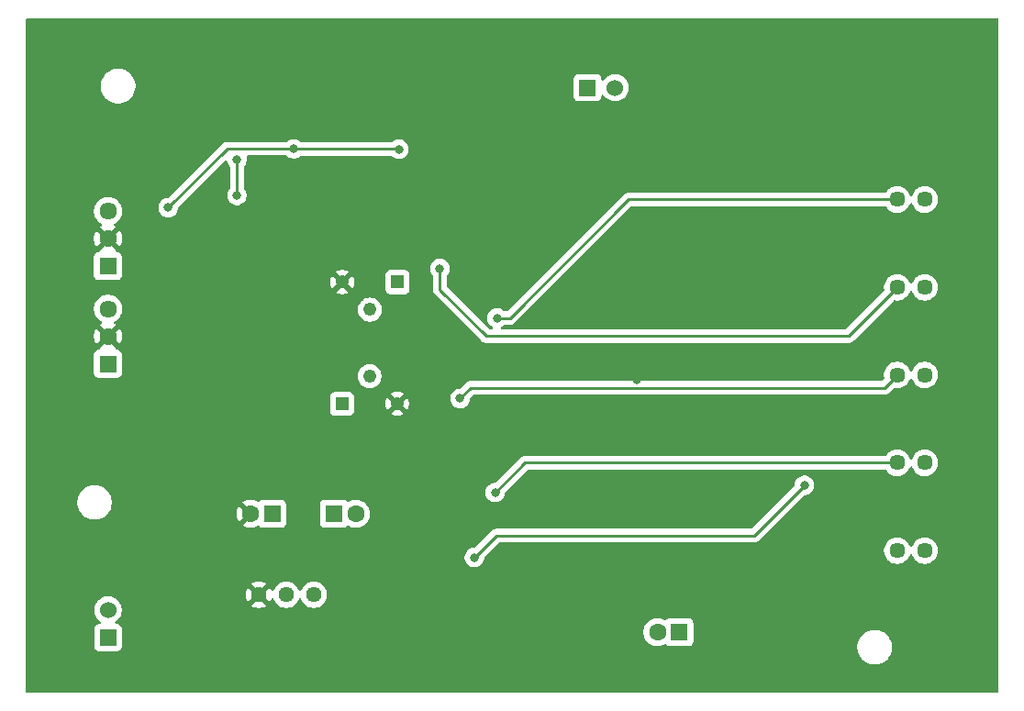
<source format=gbr>
%TF.GenerationSoftware,KiCad,Pcbnew,9.0.2*%
%TF.CreationDate,2025-06-08T00:01:42+02:00*%
%TF.ProjectId,bspdv3,62737064-7633-42e6-9b69-6361645f7063,rev?*%
%TF.SameCoordinates,Original*%
%TF.FileFunction,Copper,L2,Bot*%
%TF.FilePolarity,Positive*%
%FSLAX46Y46*%
G04 Gerber Fmt 4.6, Leading zero omitted, Abs format (unit mm)*
G04 Created by KiCad (PCBNEW 9.0.2) date 2025-06-08 00:01:42*
%MOMM*%
%LPD*%
G01*
G04 APERTURE LIST*
%TA.AperFunction,ComponentPad*%
%ADD10R,1.530000X1.530000*%
%TD*%
%TA.AperFunction,ComponentPad*%
%ADD11C,1.530000*%
%TD*%
%TA.AperFunction,ComponentPad*%
%ADD12C,1.440000*%
%TD*%
%TA.AperFunction,ComponentPad*%
%ADD13C,1.447000*%
%TD*%
%TA.AperFunction,ComponentPad*%
%ADD14R,1.600000X1.600000*%
%TD*%
%TA.AperFunction,ComponentPad*%
%ADD15C,1.600000*%
%TD*%
%TA.AperFunction,ComponentPad*%
%ADD16R,1.217000X1.217000*%
%TD*%
%TA.AperFunction,ComponentPad*%
%ADD17C,1.217000*%
%TD*%
%TA.AperFunction,ComponentPad*%
%ADD18R,1.610000X1.610000*%
%TD*%
%TA.AperFunction,ComponentPad*%
%ADD19C,1.610000*%
%TD*%
%TA.AperFunction,ViaPad*%
%ADD20C,0.800000*%
%TD*%
%TA.AperFunction,Conductor*%
%ADD21C,0.250000*%
%TD*%
G04 APERTURE END LIST*
D10*
%TO.P,J3,1,1*%
%TO.N,SC in*%
X73460000Y-26710000D03*
D11*
%TO.P,J3,2,2*%
%TO.N,SC out*%
X76000000Y-26710000D03*
%TD*%
D12*
%TO.P,U2,1,+VIN*%
%TO.N,+12V*%
X48198500Y-73506000D03*
%TO.P,U2,2,GND*%
%TO.N,GND*%
X45658500Y-73506000D03*
%TO.P,U2,3,+VOUT*%
%TO.N,+5V*%
X43118500Y-73506000D03*
%TD*%
D13*
%TO.P,LED1,1,K*%
%TO.N,GND*%
X104580000Y-69430000D03*
%TO.P,LED1,2,A*%
%TO.N,Intput w{slash} 50msdelay*%
X102040000Y-69430000D03*
%TD*%
D14*
%TO.P,C1,1*%
%TO.N,GND*%
X81915000Y-76960000D03*
D15*
%TO.P,C1,2*%
%TO.N,Net-(CP3-IN+)*%
X79915000Y-76960000D03*
%TD*%
D16*
%TO.P,RV1,1,CCW*%
%TO.N,GND*%
X50800000Y-55880000D03*
D17*
%TO.P,RV1,2,WIPER*%
%TO.N,Net-(CP2-IN-)*%
X53340000Y-53340000D03*
%TO.P,RV1,3,CW*%
%TO.N,+5V*%
X55880000Y-55880000D03*
%TD*%
D13*
%TO.P,LED5,1,K*%
%TO.N,GND*%
X104580000Y-37030000D03*
%TO.P,LED5,2,A*%
%TO.N,Net-(CP1-OUT)*%
X102040000Y-37030000D03*
%TD*%
D18*
%TO.P,J1,1,1*%
%TO.N,Raw BPS Signal*%
X29210000Y-52195000D03*
D19*
%TO.P,J1,2,2*%
%TO.N,+5V*%
X29210000Y-49655000D03*
%TO.P,J1,3,3*%
%TO.N,GND*%
X29210000Y-47115000D03*
%TD*%
D13*
%TO.P,LED3,1,K*%
%TO.N,GND*%
X104580000Y-53230000D03*
%TO.P,LED3,2,A*%
%TO.N,Net-(CP2-OUT)*%
X102040000Y-53230000D03*
%TD*%
D18*
%TO.P,J2,1,1*%
%TO.N,Raw Current Sensor*%
X29210000Y-43180000D03*
D19*
%TO.P,J2,2,2*%
%TO.N,+5V*%
X29210000Y-40640000D03*
%TO.P,J2,3,3*%
%TO.N,GND*%
X29210000Y-38100000D03*
%TD*%
D14*
%TO.P,C4,1*%
%TO.N,+12V*%
X50070000Y-66040000D03*
D15*
%TO.P,C4,2*%
%TO.N,GND*%
X52070000Y-66040000D03*
%TD*%
D13*
%TO.P,LED2,1,K*%
%TO.N,GND*%
X104580000Y-61330000D03*
%TO.P,LED2,2,A*%
%TO.N,BSPD out*%
X102040000Y-61330000D03*
%TD*%
D14*
%TO.P,C5,1*%
%TO.N,GND*%
X44360200Y-66040000D03*
D15*
%TO.P,C5,2*%
%TO.N,+5V*%
X42360200Y-66040000D03*
%TD*%
D16*
%TO.P,RV2,1,CCW*%
%TO.N,GND*%
X55920000Y-44655000D03*
D17*
%TO.P,RV2,2,WIPER*%
%TO.N,Net-(CP1-IN-)*%
X53380000Y-47195000D03*
%TO.P,RV2,3,CW*%
%TO.N,+5V*%
X50840000Y-44655000D03*
%TD*%
D13*
%TO.P,LED4,1,K*%
%TO.N,GND*%
X104580000Y-45130000D03*
%TO.P,LED4,2,A*%
%TO.N,SCS Check*%
X102040000Y-45130000D03*
%TD*%
D10*
%TO.P,J4,1,1*%
%TO.N,+12V*%
X29210000Y-77470000D03*
D11*
%TO.P,J4,2,2*%
%TO.N,GND*%
X29210000Y-74930000D03*
%TD*%
D20*
%TO.N,+5V*%
X55340000Y-36490000D03*
X66870000Y-78900000D03*
X58490000Y-65030000D03*
X95353900Y-56408300D03*
X91910000Y-52700000D03*
X64690000Y-71700000D03*
X86340000Y-73430000D03*
X77994700Y-53670800D03*
X87850000Y-57770000D03*
X43140000Y-55330000D03*
X33866500Y-41148100D03*
X42750000Y-50980000D03*
X91460000Y-76960000D03*
X81070000Y-65530000D03*
X45390000Y-29320000D03*
X32850000Y-57150000D03*
X66342800Y-35068600D03*
X64180000Y-25280000D03*
X65375000Y-50939100D03*
X75090000Y-70310000D03*
X53550000Y-27960000D03*
X58980000Y-71180000D03*
%TO.N,Net-(CP1-OUT)*%
X65100000Y-47970000D03*
%TO.N,Current Sensor*%
X56050000Y-32390000D03*
X46340000Y-32350000D03*
X34760000Y-37790000D03*
%TO.N,Net-(CP2-OUT)*%
X61700000Y-55390000D03*
%TO.N,SCS Check*%
X59830000Y-43390000D03*
%TO.N,0.75V*%
X41110000Y-33360000D03*
X41100000Y-36660000D03*
%TO.N,Intput w{slash} 50msdelay*%
X63020000Y-70070000D03*
X93460000Y-63420000D03*
%TO.N,BSPD out*%
X64940000Y-64070000D03*
%TD*%
D21*
%TO.N,Net-(CP1-OUT)*%
X65100000Y-47970000D02*
X65090000Y-47980000D01*
X77230000Y-37030000D02*
X102040000Y-37030000D01*
X66280000Y-47980000D02*
X77230000Y-37030000D01*
X65090000Y-47980000D02*
X66280000Y-47980000D01*
%TO.N,Current Sensor*%
X56050000Y-32390000D02*
X56010000Y-32350000D01*
X46320000Y-32330000D02*
X46340000Y-32350000D01*
X40220000Y-32330000D02*
X46320000Y-32330000D01*
X34760000Y-37790000D02*
X40220000Y-32330000D01*
X56010000Y-32350000D02*
X46340000Y-32350000D01*
%TO.N,Net-(CP2-OUT)*%
X62694200Y-54395800D02*
X61700000Y-55390000D01*
X102040000Y-53230000D02*
X100874200Y-54395800D01*
X100874200Y-54395800D02*
X62694200Y-54395800D01*
%TO.N,SCS Check*%
X102040000Y-45130000D02*
X97540000Y-49630000D01*
X59830000Y-45346396D02*
X59830000Y-43390000D01*
X64113604Y-49630000D02*
X59830000Y-45346396D01*
X97540000Y-49630000D02*
X64113604Y-49630000D01*
%TO.N,0.75V*%
X41110000Y-33360000D02*
X41110000Y-36650000D01*
X41110000Y-36650000D02*
X41100000Y-36660000D01*
%TO.N,Intput w{slash} 50msdelay*%
X88840000Y-68040000D02*
X93460000Y-63420000D01*
X63020000Y-70070000D02*
X65050000Y-68040000D01*
X65050000Y-68040000D02*
X88840000Y-68040000D01*
%TO.N,BSPD out*%
X64940000Y-64070000D02*
X67680000Y-61330000D01*
X67680000Y-61330000D02*
X102040000Y-61330000D01*
%TD*%
%TA.AperFunction,Conductor*%
%TO.N,+5V*%
G36*
X111342539Y-20340185D02*
G01*
X111388294Y-20392989D01*
X111399500Y-20444500D01*
X111399500Y-82425500D01*
X111379815Y-82492539D01*
X111327011Y-82538294D01*
X111275500Y-82549500D01*
X21744500Y-82549500D01*
X21677461Y-82529815D01*
X21631706Y-82477011D01*
X21620500Y-82425500D01*
X21620500Y-74830403D01*
X27944500Y-74830403D01*
X27944500Y-75029596D01*
X27975661Y-75226340D01*
X27975661Y-75226343D01*
X28037213Y-75415780D01*
X28037215Y-75415783D01*
X28127647Y-75593266D01*
X28244731Y-75754418D01*
X28385582Y-75895269D01*
X28502455Y-75980182D01*
X28545121Y-76035512D01*
X28551100Y-76105125D01*
X28518494Y-76166920D01*
X28457656Y-76201277D01*
X28429573Y-76204500D01*
X28397131Y-76204500D01*
X28397123Y-76204501D01*
X28337516Y-76210908D01*
X28202671Y-76261202D01*
X28202664Y-76261206D01*
X28087455Y-76347452D01*
X28087452Y-76347455D01*
X28001206Y-76462664D01*
X28001202Y-76462671D01*
X27950908Y-76597517D01*
X27944501Y-76657116D01*
X27944501Y-76657123D01*
X27944500Y-76657135D01*
X27944500Y-78282870D01*
X27944501Y-78282876D01*
X27950908Y-78342483D01*
X28001202Y-78477328D01*
X28001206Y-78477335D01*
X28087452Y-78592544D01*
X28087455Y-78592547D01*
X28202664Y-78678793D01*
X28202671Y-78678797D01*
X28337517Y-78729091D01*
X28337516Y-78729091D01*
X28344444Y-78729835D01*
X28397127Y-78735500D01*
X30022872Y-78735499D01*
X30082483Y-78729091D01*
X30217331Y-78678796D01*
X30332546Y-78592546D01*
X30418796Y-78477331D01*
X30469091Y-78342483D01*
X30475500Y-78282873D01*
X30475499Y-76857648D01*
X78614500Y-76857648D01*
X78614500Y-77062351D01*
X78646522Y-77264534D01*
X78709781Y-77459223D01*
X78802715Y-77641613D01*
X78923028Y-77807213D01*
X79067786Y-77951971D01*
X79216409Y-78059950D01*
X79233390Y-78072287D01*
X79322212Y-78117544D01*
X79415776Y-78165218D01*
X79415778Y-78165218D01*
X79415781Y-78165220D01*
X79520137Y-78199127D01*
X79610465Y-78228477D01*
X79711557Y-78244488D01*
X79812648Y-78260500D01*
X79812649Y-78260500D01*
X80017351Y-78260500D01*
X80017352Y-78260500D01*
X80219534Y-78228477D01*
X80414219Y-78165220D01*
X80595512Y-78072846D01*
X80664178Y-78059950D01*
X80728919Y-78086226D01*
X80751071Y-78109019D01*
X80757455Y-78117547D01*
X80872664Y-78203793D01*
X80872671Y-78203797D01*
X81007517Y-78254091D01*
X81007516Y-78254091D01*
X81014444Y-78254835D01*
X81067127Y-78260500D01*
X82762872Y-78260499D01*
X82822483Y-78254091D01*
X82903059Y-78224038D01*
X98349500Y-78224038D01*
X98349500Y-78475962D01*
X98367965Y-78592544D01*
X98388910Y-78724785D01*
X98466760Y-78964383D01*
X98581132Y-79188848D01*
X98729201Y-79392649D01*
X98729205Y-79392654D01*
X98907345Y-79570794D01*
X98907350Y-79570798D01*
X99085117Y-79699952D01*
X99111155Y-79718870D01*
X99254184Y-79791747D01*
X99335616Y-79833239D01*
X99335618Y-79833239D01*
X99335621Y-79833241D01*
X99575215Y-79911090D01*
X99824038Y-79950500D01*
X99824039Y-79950500D01*
X100075961Y-79950500D01*
X100075962Y-79950500D01*
X100324785Y-79911090D01*
X100564379Y-79833241D01*
X100788845Y-79718870D01*
X100992656Y-79570793D01*
X101170793Y-79392656D01*
X101318870Y-79188845D01*
X101433241Y-78964379D01*
X101511090Y-78724785D01*
X101550500Y-78475962D01*
X101550500Y-78224038D01*
X101511090Y-77975215D01*
X101433241Y-77735621D01*
X101433239Y-77735618D01*
X101433239Y-77735616D01*
X101385340Y-77641610D01*
X101318870Y-77511155D01*
X101281136Y-77459219D01*
X101170798Y-77307350D01*
X101170794Y-77307345D01*
X100992654Y-77129205D01*
X100992649Y-77129201D01*
X100788848Y-76981132D01*
X100788847Y-76981131D01*
X100788845Y-76981130D01*
X100718747Y-76945413D01*
X100564383Y-76866760D01*
X100324785Y-76788910D01*
X100075962Y-76749500D01*
X99824038Y-76749500D01*
X99699626Y-76769205D01*
X99575214Y-76788910D01*
X99335616Y-76866760D01*
X99111151Y-76981132D01*
X98907350Y-77129201D01*
X98907345Y-77129205D01*
X98729205Y-77307345D01*
X98729201Y-77307350D01*
X98581132Y-77511151D01*
X98466760Y-77735616D01*
X98388910Y-77975214D01*
X98382998Y-78012539D01*
X98349500Y-78224038D01*
X82903059Y-78224038D01*
X82957331Y-78203796D01*
X83072546Y-78117546D01*
X83158796Y-78002331D01*
X83209091Y-77867483D01*
X83215500Y-77807873D01*
X83215499Y-76112128D01*
X83209091Y-76052517D01*
X83189241Y-75999297D01*
X83158797Y-75917671D01*
X83158793Y-75917664D01*
X83072547Y-75802455D01*
X83072544Y-75802452D01*
X82957335Y-75716206D01*
X82957328Y-75716202D01*
X82822482Y-75665908D01*
X82822483Y-75665908D01*
X82762883Y-75659501D01*
X82762881Y-75659500D01*
X82762873Y-75659500D01*
X82762864Y-75659500D01*
X81067129Y-75659500D01*
X81067123Y-75659501D01*
X81007516Y-75665908D01*
X80872671Y-75716202D01*
X80872664Y-75716206D01*
X80757457Y-75802451D01*
X80757450Y-75802457D01*
X80751069Y-75810982D01*
X80695134Y-75852851D01*
X80625442Y-75857832D01*
X80595510Y-75847152D01*
X80414223Y-75754781D01*
X80219534Y-75691522D01*
X80044995Y-75663878D01*
X80017352Y-75659500D01*
X79812648Y-75659500D01*
X79788329Y-75663351D01*
X79610465Y-75691522D01*
X79415776Y-75754781D01*
X79233386Y-75847715D01*
X79067786Y-75968028D01*
X78923028Y-76112786D01*
X78802715Y-76278386D01*
X78709781Y-76460776D01*
X78646522Y-76655465D01*
X78614500Y-76857648D01*
X30475499Y-76857648D01*
X30475499Y-76657128D01*
X30469091Y-76597517D01*
X30418796Y-76462669D01*
X30418795Y-76462668D01*
X30418793Y-76462664D01*
X30332547Y-76347455D01*
X30332544Y-76347452D01*
X30217335Y-76261206D01*
X30217328Y-76261202D01*
X30082482Y-76210908D01*
X30082483Y-76210908D01*
X30022883Y-76204501D01*
X30022881Y-76204500D01*
X30022873Y-76204500D01*
X30022865Y-76204500D01*
X29990431Y-76204500D01*
X29923392Y-76184815D01*
X29877637Y-76132011D01*
X29867693Y-76062853D01*
X29896718Y-75999297D01*
X29917543Y-75980183D01*
X30034418Y-75895269D01*
X30175269Y-75754418D01*
X30292353Y-75593266D01*
X30382785Y-75415783D01*
X30444339Y-75226339D01*
X30475500Y-75029597D01*
X30475500Y-74830403D01*
X30444339Y-74633661D01*
X30444338Y-74633657D01*
X30444338Y-74633656D01*
X30407168Y-74519259D01*
X30382786Y-74444219D01*
X30309865Y-74301104D01*
X30292353Y-74266734D01*
X30175269Y-74105582D01*
X30034418Y-73964731D01*
X29873266Y-73847647D01*
X29828905Y-73825044D01*
X29695780Y-73757213D01*
X29506342Y-73695661D01*
X29358782Y-73672290D01*
X29309597Y-73664500D01*
X29110403Y-73664500D01*
X29044822Y-73674887D01*
X28913659Y-73695661D01*
X28913656Y-73695661D01*
X28724219Y-73757213D01*
X28546733Y-73847647D01*
X28497535Y-73883392D01*
X28385582Y-73964731D01*
X28385580Y-73964733D01*
X28385579Y-73964733D01*
X28244733Y-74105579D01*
X28244733Y-74105580D01*
X28244731Y-74105582D01*
X28194553Y-74174646D01*
X28127647Y-74266733D01*
X28037213Y-74444219D01*
X27975661Y-74633656D01*
X27975661Y-74633659D01*
X27944500Y-74830403D01*
X21620500Y-74830403D01*
X21620500Y-73409984D01*
X41898500Y-73409984D01*
X41898500Y-73602015D01*
X41928540Y-73791684D01*
X41987883Y-73974321D01*
X42075061Y-74145415D01*
X42096298Y-74174646D01*
X42660031Y-73610914D01*
X42680529Y-73687413D01*
X42742406Y-73794587D01*
X42829913Y-73882094D01*
X42937087Y-73943971D01*
X43013585Y-73964468D01*
X42449851Y-74528200D01*
X42449852Y-74528201D01*
X42479077Y-74549434D01*
X42650178Y-74636616D01*
X42832815Y-74695959D01*
X43022485Y-74726000D01*
X43214515Y-74726000D01*
X43404184Y-74695959D01*
X43586821Y-74636616D01*
X43757919Y-74549436D01*
X43787146Y-74528201D01*
X43787146Y-74528200D01*
X43223415Y-73964468D01*
X43299913Y-73943971D01*
X43407087Y-73882094D01*
X43494594Y-73794587D01*
X43556471Y-73687413D01*
X43576968Y-73610914D01*
X44140700Y-74174646D01*
X44140701Y-74174646D01*
X44161936Y-74145419D01*
X44249116Y-73974319D01*
X44270305Y-73909108D01*
X44309742Y-73851433D01*
X44374100Y-73824234D01*
X44442947Y-73836148D01*
X44494423Y-73883392D01*
X44506167Y-73909108D01*
X44527416Y-73974505D01*
X44527417Y-73974506D01*
X44527418Y-73974509D01*
X44614635Y-74145681D01*
X44727555Y-74301102D01*
X44863398Y-74436945D01*
X45018819Y-74549865D01*
X45183267Y-74633656D01*
X45189993Y-74637083D01*
X45281345Y-74666764D01*
X45372699Y-74696447D01*
X45562445Y-74726500D01*
X45562446Y-74726500D01*
X45754554Y-74726500D01*
X45754555Y-74726500D01*
X45944301Y-74696447D01*
X46127009Y-74637082D01*
X46298181Y-74549865D01*
X46453602Y-74436945D01*
X46589445Y-74301102D01*
X46702365Y-74145681D01*
X46789582Y-73974509D01*
X46789644Y-73974319D01*
X46810569Y-73909919D01*
X46850006Y-73852243D01*
X46914364Y-73825044D01*
X46983211Y-73836958D01*
X47034687Y-73884202D01*
X47046431Y-73909919D01*
X47067415Y-73974504D01*
X47134202Y-74105579D01*
X47154635Y-74145681D01*
X47267555Y-74301102D01*
X47403398Y-74436945D01*
X47558819Y-74549865D01*
X47723267Y-74633656D01*
X47729993Y-74637083D01*
X47821345Y-74666764D01*
X47912699Y-74696447D01*
X48102445Y-74726500D01*
X48102446Y-74726500D01*
X48294554Y-74726500D01*
X48294555Y-74726500D01*
X48484301Y-74696447D01*
X48667009Y-74637082D01*
X48838181Y-74549865D01*
X48993602Y-74436945D01*
X49129445Y-74301102D01*
X49242365Y-74145681D01*
X49329582Y-73974509D01*
X49388947Y-73791801D01*
X49419000Y-73602055D01*
X49419000Y-73409945D01*
X49388947Y-73220199D01*
X49350832Y-73102891D01*
X49329583Y-73037493D01*
X49328822Y-73036000D01*
X49242365Y-72866319D01*
X49129445Y-72710898D01*
X48993602Y-72575055D01*
X48838181Y-72462135D01*
X48667006Y-72374916D01*
X48484302Y-72315553D01*
X48389428Y-72300526D01*
X48294555Y-72285500D01*
X48102445Y-72285500D01*
X48039196Y-72295517D01*
X47912697Y-72315553D01*
X47729993Y-72374916D01*
X47558818Y-72462135D01*
X47529002Y-72483798D01*
X47403398Y-72575055D01*
X47403396Y-72575057D01*
X47403395Y-72575057D01*
X47267557Y-72710895D01*
X47267557Y-72710896D01*
X47267555Y-72710898D01*
X47219060Y-72777645D01*
X47154635Y-72866318D01*
X47067416Y-73037493D01*
X47046431Y-73102081D01*
X47006994Y-73159756D01*
X46942635Y-73186955D01*
X46873789Y-73175041D01*
X46822313Y-73127797D01*
X46810569Y-73102081D01*
X46789583Y-73037493D01*
X46788822Y-73036000D01*
X46702365Y-72866319D01*
X46589445Y-72710898D01*
X46453602Y-72575055D01*
X46298181Y-72462135D01*
X46127006Y-72374916D01*
X45944302Y-72315553D01*
X45849428Y-72300526D01*
X45754555Y-72285500D01*
X45562445Y-72285500D01*
X45499196Y-72295517D01*
X45372697Y-72315553D01*
X45189993Y-72374916D01*
X45018818Y-72462135D01*
X44989002Y-72483798D01*
X44863398Y-72575055D01*
X44863396Y-72575057D01*
X44863395Y-72575057D01*
X44727557Y-72710895D01*
X44727557Y-72710896D01*
X44727555Y-72710898D01*
X44679060Y-72777645D01*
X44614635Y-72866318D01*
X44527417Y-73037492D01*
X44506167Y-73102892D01*
X44466729Y-73160567D01*
X44402370Y-73187765D01*
X44333524Y-73175850D01*
X44282048Y-73128605D01*
X44270305Y-73102891D01*
X44249116Y-73037680D01*
X44161934Y-72866577D01*
X44140701Y-72837352D01*
X44140700Y-72837351D01*
X43576968Y-73401084D01*
X43556471Y-73324587D01*
X43494594Y-73217413D01*
X43407087Y-73129906D01*
X43299913Y-73068029D01*
X43223414Y-73047531D01*
X43787146Y-72483798D01*
X43757915Y-72462561D01*
X43586821Y-72375383D01*
X43404184Y-72316040D01*
X43214515Y-72286000D01*
X43022485Y-72286000D01*
X42832815Y-72316040D01*
X42650178Y-72375383D01*
X42479078Y-72462564D01*
X42449852Y-72483798D01*
X42449851Y-72483798D01*
X43013585Y-73047531D01*
X42937087Y-73068029D01*
X42829913Y-73129906D01*
X42742406Y-73217413D01*
X42680529Y-73324587D01*
X42660031Y-73401084D01*
X42096298Y-72837351D01*
X42096298Y-72837352D01*
X42075064Y-72866578D01*
X41987883Y-73037678D01*
X41928540Y-73220315D01*
X41898500Y-73409984D01*
X21620500Y-73409984D01*
X21620500Y-69981304D01*
X62119500Y-69981304D01*
X62119500Y-70158695D01*
X62154103Y-70332658D01*
X62154106Y-70332667D01*
X62221983Y-70496540D01*
X62221990Y-70496553D01*
X62320535Y-70644034D01*
X62320538Y-70644038D01*
X62445961Y-70769461D01*
X62445965Y-70769464D01*
X62593446Y-70868009D01*
X62593459Y-70868016D01*
X62716363Y-70918923D01*
X62757334Y-70935894D01*
X62757336Y-70935894D01*
X62757341Y-70935896D01*
X62931304Y-70970499D01*
X62931307Y-70970500D01*
X62931309Y-70970500D01*
X63108693Y-70970500D01*
X63108694Y-70970499D01*
X63166682Y-70958964D01*
X63282658Y-70935896D01*
X63282661Y-70935894D01*
X63282666Y-70935894D01*
X63446547Y-70868013D01*
X63594035Y-70769464D01*
X63719464Y-70644035D01*
X63818013Y-70496547D01*
X63885894Y-70332666D01*
X63920500Y-70158691D01*
X63920500Y-70105452D01*
X63940185Y-70038413D01*
X63956819Y-70017771D01*
X64640922Y-69333669D01*
X100816000Y-69333669D01*
X100816000Y-69526330D01*
X100846138Y-69716618D01*
X100846139Y-69716621D01*
X100905675Y-69899853D01*
X100993141Y-70071516D01*
X101106385Y-70227383D01*
X101242617Y-70363615D01*
X101398484Y-70476859D01*
X101570147Y-70564325D01*
X101753379Y-70623861D01*
X101943669Y-70654000D01*
X101943670Y-70654000D01*
X102136330Y-70654000D01*
X102136331Y-70654000D01*
X102326621Y-70623861D01*
X102509853Y-70564325D01*
X102681516Y-70476859D01*
X102837383Y-70363615D01*
X102973615Y-70227383D01*
X103086859Y-70071516D01*
X103174325Y-69899853D01*
X103192070Y-69845239D01*
X103231506Y-69787566D01*
X103295865Y-69760367D01*
X103364711Y-69772281D01*
X103416187Y-69819525D01*
X103427928Y-69845236D01*
X103445675Y-69899853D01*
X103533141Y-70071516D01*
X103646385Y-70227383D01*
X103782617Y-70363615D01*
X103938484Y-70476859D01*
X104110147Y-70564325D01*
X104293379Y-70623861D01*
X104483669Y-70654000D01*
X104483670Y-70654000D01*
X104676330Y-70654000D01*
X104676331Y-70654000D01*
X104866621Y-70623861D01*
X105049853Y-70564325D01*
X105221516Y-70476859D01*
X105377383Y-70363615D01*
X105513615Y-70227383D01*
X105626859Y-70071516D01*
X105714325Y-69899853D01*
X105773861Y-69716621D01*
X105804000Y-69526331D01*
X105804000Y-69333669D01*
X105773861Y-69143379D01*
X105714325Y-68960147D01*
X105626859Y-68788484D01*
X105513615Y-68632617D01*
X105377383Y-68496385D01*
X105221516Y-68383141D01*
X105049853Y-68295675D01*
X104866621Y-68236139D01*
X104866619Y-68236138D01*
X104866618Y-68236138D01*
X104720442Y-68212986D01*
X104676331Y-68206000D01*
X104483669Y-68206000D01*
X104447859Y-68211671D01*
X104293381Y-68236138D01*
X104110144Y-68295676D01*
X103938483Y-68383141D01*
X103861972Y-68438730D01*
X103782617Y-68496385D01*
X103782615Y-68496387D01*
X103782614Y-68496387D01*
X103646387Y-68632614D01*
X103646387Y-68632615D01*
X103646385Y-68632617D01*
X103630545Y-68654419D01*
X103533141Y-68788483D01*
X103445676Y-68960144D01*
X103427931Y-69014758D01*
X103388493Y-69072434D01*
X103324135Y-69099632D01*
X103255288Y-69087717D01*
X103203813Y-69040473D01*
X103192069Y-69014758D01*
X103174325Y-68960147D01*
X103086859Y-68788484D01*
X102973615Y-68632617D01*
X102837383Y-68496385D01*
X102681516Y-68383141D01*
X102509853Y-68295675D01*
X102326621Y-68236139D01*
X102326619Y-68236138D01*
X102326618Y-68236138D01*
X102180442Y-68212986D01*
X102136331Y-68206000D01*
X101943669Y-68206000D01*
X101907859Y-68211671D01*
X101753381Y-68236138D01*
X101570144Y-68295676D01*
X101398483Y-68383141D01*
X101321972Y-68438730D01*
X101242617Y-68496385D01*
X101242615Y-68496387D01*
X101242614Y-68496387D01*
X101106387Y-68632614D01*
X101106387Y-68632615D01*
X101106385Y-68632617D01*
X101090545Y-68654419D01*
X100993141Y-68788483D01*
X100905676Y-68960144D01*
X100846138Y-69143381D01*
X100816000Y-69333669D01*
X64640922Y-69333669D01*
X64733475Y-69241116D01*
X65272772Y-68701819D01*
X65334095Y-68668334D01*
X65360453Y-68665500D01*
X88901607Y-68665500D01*
X88962029Y-68653481D01*
X89022452Y-68641463D01*
X89055792Y-68627652D01*
X89136286Y-68594312D01*
X89187509Y-68560084D01*
X89238733Y-68525858D01*
X89325858Y-68438733D01*
X89325858Y-68438731D01*
X89336066Y-68428524D01*
X89336067Y-68428521D01*
X93407772Y-64356819D01*
X93469095Y-64323334D01*
X93495453Y-64320500D01*
X93548693Y-64320500D01*
X93548694Y-64320499D01*
X93606682Y-64308964D01*
X93722658Y-64285896D01*
X93722661Y-64285894D01*
X93722666Y-64285894D01*
X93886547Y-64218013D01*
X94034035Y-64119464D01*
X94159464Y-63994035D01*
X94258013Y-63846547D01*
X94325894Y-63682666D01*
X94333696Y-63643446D01*
X94360499Y-63508695D01*
X94360500Y-63508693D01*
X94360500Y-63331306D01*
X94360499Y-63331304D01*
X94325896Y-63157341D01*
X94325893Y-63157332D01*
X94258016Y-62993459D01*
X94258009Y-62993446D01*
X94159464Y-62845965D01*
X94159461Y-62845961D01*
X94034038Y-62720538D01*
X94034034Y-62720535D01*
X93886553Y-62621990D01*
X93886540Y-62621983D01*
X93722667Y-62554106D01*
X93722658Y-62554103D01*
X93548694Y-62519500D01*
X93548691Y-62519500D01*
X93371309Y-62519500D01*
X93371306Y-62519500D01*
X93197341Y-62554103D01*
X93197332Y-62554106D01*
X93033459Y-62621983D01*
X93033446Y-62621990D01*
X92885965Y-62720535D01*
X92885961Y-62720538D01*
X92760538Y-62845961D01*
X92760535Y-62845965D01*
X92661990Y-62993446D01*
X92661983Y-62993459D01*
X92594106Y-63157332D01*
X92594103Y-63157341D01*
X92559500Y-63331304D01*
X92559500Y-63384547D01*
X92539815Y-63451586D01*
X92523181Y-63472228D01*
X88617229Y-67378181D01*
X88555906Y-67411666D01*
X88529548Y-67414500D01*
X65117741Y-67414500D01*
X65117721Y-67414499D01*
X65111607Y-67414499D01*
X64988394Y-67414499D01*
X64887597Y-67434548D01*
X64887592Y-67434548D01*
X64867549Y-67438536D01*
X64867547Y-67438536D01*
X64820397Y-67458067D01*
X64753719Y-67485685D01*
X64753717Y-67485686D01*
X64651266Y-67554141D01*
X64651263Y-67554144D01*
X63072229Y-69133181D01*
X63010906Y-69166666D01*
X62984548Y-69169500D01*
X62931306Y-69169500D01*
X62757341Y-69204103D01*
X62757332Y-69204106D01*
X62593459Y-69271983D01*
X62593446Y-69271990D01*
X62445965Y-69370535D01*
X62445961Y-69370538D01*
X62320538Y-69495961D01*
X62320535Y-69495965D01*
X62221990Y-69643446D01*
X62221983Y-69643459D01*
X62154106Y-69807332D01*
X62154103Y-69807341D01*
X62119500Y-69981304D01*
X21620500Y-69981304D01*
X21620500Y-64844038D01*
X26369500Y-64844038D01*
X26369500Y-65095962D01*
X26384835Y-65192781D01*
X26408910Y-65344785D01*
X26486760Y-65584383D01*
X26563741Y-65735465D01*
X26601129Y-65808844D01*
X26601132Y-65808848D01*
X26749201Y-66012649D01*
X26749205Y-66012654D01*
X26927345Y-66190794D01*
X26927350Y-66190798D01*
X27057843Y-66285606D01*
X27131155Y-66338870D01*
X27274184Y-66411747D01*
X27355616Y-66453239D01*
X27355618Y-66453239D01*
X27355621Y-66453241D01*
X27595215Y-66531090D01*
X27844038Y-66570500D01*
X27844039Y-66570500D01*
X28095961Y-66570500D01*
X28095962Y-66570500D01*
X28344785Y-66531090D01*
X28584379Y-66453241D01*
X28808845Y-66338870D01*
X29012656Y-66190793D01*
X29190793Y-66012656D01*
X29245265Y-65937682D01*
X41060200Y-65937682D01*
X41060200Y-66142317D01*
X41092209Y-66344417D01*
X41155444Y-66539031D01*
X41248341Y-66721350D01*
X41248347Y-66721359D01*
X41280723Y-66765921D01*
X41280724Y-66765922D01*
X41960200Y-66086446D01*
X41960200Y-66092661D01*
X41987459Y-66194394D01*
X42040120Y-66285606D01*
X42114594Y-66360080D01*
X42205806Y-66412741D01*
X42307539Y-66440000D01*
X42313752Y-66440000D01*
X41634276Y-67119474D01*
X41678850Y-67151859D01*
X41861168Y-67244755D01*
X42055782Y-67307990D01*
X42257883Y-67340000D01*
X42462517Y-67340000D01*
X42664617Y-67307990D01*
X42859231Y-67244755D01*
X43040406Y-67152441D01*
X43109075Y-67139545D01*
X43173815Y-67165821D01*
X43195967Y-67188614D01*
X43202650Y-67197542D01*
X43202652Y-67197544D01*
X43202654Y-67197546D01*
X43202657Y-67197548D01*
X43317864Y-67283793D01*
X43317871Y-67283797D01*
X43452717Y-67334091D01*
X43452716Y-67334091D01*
X43459644Y-67334835D01*
X43512327Y-67340500D01*
X45208072Y-67340499D01*
X45267683Y-67334091D01*
X45402531Y-67283796D01*
X45517746Y-67197546D01*
X45603996Y-67082331D01*
X45654291Y-66947483D01*
X45660700Y-66887873D01*
X45660699Y-65192135D01*
X48769500Y-65192135D01*
X48769500Y-66887870D01*
X48769501Y-66887876D01*
X48775908Y-66947483D01*
X48826202Y-67082328D01*
X48826206Y-67082335D01*
X48912452Y-67197544D01*
X48912455Y-67197547D01*
X49027664Y-67283793D01*
X49027671Y-67283797D01*
X49162517Y-67334091D01*
X49162516Y-67334091D01*
X49169444Y-67334835D01*
X49222127Y-67340500D01*
X50917872Y-67340499D01*
X50977483Y-67334091D01*
X51112331Y-67283796D01*
X51227546Y-67197546D01*
X51227548Y-67197544D01*
X51233924Y-67189026D01*
X51289856Y-67147152D01*
X51359547Y-67142165D01*
X51389489Y-67152847D01*
X51570776Y-67245218D01*
X51570778Y-67245218D01*
X51570781Y-67245220D01*
X51675137Y-67279127D01*
X51765465Y-67308477D01*
X51866557Y-67324488D01*
X51967648Y-67340500D01*
X51967649Y-67340500D01*
X52172351Y-67340500D01*
X52172352Y-67340500D01*
X52374534Y-67308477D01*
X52569219Y-67245220D01*
X52751610Y-67152287D01*
X52847901Y-67082328D01*
X52917213Y-67031971D01*
X52917215Y-67031968D01*
X52917219Y-67031966D01*
X53061966Y-66887219D01*
X53061968Y-66887215D01*
X53061971Y-66887213D01*
X53114732Y-66814590D01*
X53182287Y-66721610D01*
X53275220Y-66539219D01*
X53338477Y-66344534D01*
X53370500Y-66142352D01*
X53370500Y-65937648D01*
X53350099Y-65808844D01*
X53338477Y-65735465D01*
X53289386Y-65584379D01*
X53275220Y-65540781D01*
X53275218Y-65540778D01*
X53275218Y-65540776D01*
X53241503Y-65474607D01*
X53182287Y-65358390D01*
X53150092Y-65314077D01*
X53061971Y-65192786D01*
X52917213Y-65048028D01*
X52751613Y-64927715D01*
X52751612Y-64927714D01*
X52751610Y-64927713D01*
X52694653Y-64898691D01*
X52569223Y-64834781D01*
X52374534Y-64771522D01*
X52199995Y-64743878D01*
X52172352Y-64739500D01*
X51967648Y-64739500D01*
X51943329Y-64743351D01*
X51765465Y-64771522D01*
X51570776Y-64834781D01*
X51389489Y-64927153D01*
X51320820Y-64940049D01*
X51256079Y-64913773D01*
X51233930Y-64890982D01*
X51227546Y-64882454D01*
X51112331Y-64796204D01*
X51112329Y-64796203D01*
X51112328Y-64796202D01*
X50977482Y-64745908D01*
X50977483Y-64745908D01*
X50917883Y-64739501D01*
X50917881Y-64739500D01*
X50917873Y-64739500D01*
X50917864Y-64739500D01*
X49222129Y-64739500D01*
X49222123Y-64739501D01*
X49162516Y-64745908D01*
X49027671Y-64796202D01*
X49027664Y-64796206D01*
X48912455Y-64882452D01*
X48912452Y-64882455D01*
X48826206Y-64997664D01*
X48826202Y-64997671D01*
X48775908Y-65132517D01*
X48769501Y-65192116D01*
X48769500Y-65192135D01*
X45660699Y-65192135D01*
X45660699Y-65192128D01*
X45654291Y-65132517D01*
X45603996Y-64997669D01*
X45603995Y-64997668D01*
X45603993Y-64997664D01*
X45517747Y-64882455D01*
X45517744Y-64882452D01*
X45402535Y-64796206D01*
X45402528Y-64796202D01*
X45267682Y-64745908D01*
X45267683Y-64745908D01*
X45208083Y-64739501D01*
X45208081Y-64739500D01*
X45208073Y-64739500D01*
X45208064Y-64739500D01*
X43512329Y-64739500D01*
X43512323Y-64739501D01*
X43452716Y-64745908D01*
X43317871Y-64796202D01*
X43317864Y-64796206D01*
X43202657Y-64882451D01*
X43202650Y-64882457D01*
X43195965Y-64891388D01*
X43140029Y-64933257D01*
X43070338Y-64938238D01*
X43040406Y-64927558D01*
X42859231Y-64835244D01*
X42664617Y-64772009D01*
X42462517Y-64740000D01*
X42257883Y-64740000D01*
X42055782Y-64772009D01*
X41861168Y-64835244D01*
X41678844Y-64928143D01*
X41634277Y-64960523D01*
X41634277Y-64960524D01*
X42313753Y-65640000D01*
X42307539Y-65640000D01*
X42205806Y-65667259D01*
X42114594Y-65719920D01*
X42040120Y-65794394D01*
X41987459Y-65885606D01*
X41960200Y-65987339D01*
X41960200Y-65993553D01*
X41280724Y-65314077D01*
X41280723Y-65314077D01*
X41248343Y-65358644D01*
X41155444Y-65540968D01*
X41092209Y-65735582D01*
X41060200Y-65937682D01*
X29245265Y-65937682D01*
X29338870Y-65808845D01*
X29453241Y-65584379D01*
X29531090Y-65344785D01*
X29570500Y-65095962D01*
X29570500Y-64844038D01*
X29531090Y-64595215D01*
X29453241Y-64355621D01*
X29453239Y-64355618D01*
X29453239Y-64355616D01*
X29411747Y-64274184D01*
X29338870Y-64131155D01*
X29278529Y-64048102D01*
X29229998Y-63981304D01*
X64039500Y-63981304D01*
X64039500Y-64158695D01*
X64074103Y-64332658D01*
X64074106Y-64332667D01*
X64141983Y-64496540D01*
X64141990Y-64496553D01*
X64240535Y-64644034D01*
X64240538Y-64644038D01*
X64365961Y-64769461D01*
X64365965Y-64769464D01*
X64513446Y-64868009D01*
X64513459Y-64868016D01*
X64636363Y-64918923D01*
X64677334Y-64935894D01*
X64677336Y-64935894D01*
X64677341Y-64935896D01*
X64851304Y-64970499D01*
X64851307Y-64970500D01*
X64851309Y-64970500D01*
X65028693Y-64970500D01*
X65028694Y-64970499D01*
X65086682Y-64958964D01*
X65202658Y-64935896D01*
X65202661Y-64935894D01*
X65202666Y-64935894D01*
X65366547Y-64868013D01*
X65514035Y-64769464D01*
X65639464Y-64644035D01*
X65738013Y-64496547D01*
X65805894Y-64332666D01*
X65807751Y-64323334D01*
X65840499Y-64158695D01*
X65840500Y-64158693D01*
X65840500Y-64105452D01*
X65860185Y-64038413D01*
X65876819Y-64017771D01*
X67902771Y-61991819D01*
X67964094Y-61958334D01*
X67990452Y-61955500D01*
X100918324Y-61955500D01*
X100985363Y-61975185D01*
X101018641Y-62006614D01*
X101106385Y-62127383D01*
X101242617Y-62263615D01*
X101398484Y-62376859D01*
X101570147Y-62464325D01*
X101753379Y-62523861D01*
X101943669Y-62554000D01*
X101943670Y-62554000D01*
X102136330Y-62554000D01*
X102136331Y-62554000D01*
X102326621Y-62523861D01*
X102509853Y-62464325D01*
X102681516Y-62376859D01*
X102837383Y-62263615D01*
X102973615Y-62127383D01*
X103086859Y-61971516D01*
X103174325Y-61799853D01*
X103192070Y-61745239D01*
X103231506Y-61687566D01*
X103295865Y-61660367D01*
X103364711Y-61672281D01*
X103416187Y-61719525D01*
X103427928Y-61745236D01*
X103445675Y-61799853D01*
X103533141Y-61971516D01*
X103646385Y-62127383D01*
X103782617Y-62263615D01*
X103938484Y-62376859D01*
X104110147Y-62464325D01*
X104293379Y-62523861D01*
X104483669Y-62554000D01*
X104483670Y-62554000D01*
X104676330Y-62554000D01*
X104676331Y-62554000D01*
X104866621Y-62523861D01*
X105049853Y-62464325D01*
X105221516Y-62376859D01*
X105377383Y-62263615D01*
X105513615Y-62127383D01*
X105626859Y-61971516D01*
X105714325Y-61799853D01*
X105773861Y-61616621D01*
X105804000Y-61426331D01*
X105804000Y-61233669D01*
X105773861Y-61043379D01*
X105714325Y-60860147D01*
X105626859Y-60688484D01*
X105513615Y-60532617D01*
X105377383Y-60396385D01*
X105221516Y-60283141D01*
X105049853Y-60195675D01*
X104866621Y-60136139D01*
X104866619Y-60136138D01*
X104866618Y-60136138D01*
X104720442Y-60112986D01*
X104676331Y-60106000D01*
X104483669Y-60106000D01*
X104447859Y-60111671D01*
X104293381Y-60136138D01*
X104110144Y-60195676D01*
X103938483Y-60283141D01*
X103849556Y-60347750D01*
X103782617Y-60396385D01*
X103782615Y-60396387D01*
X103782614Y-60396387D01*
X103646387Y-60532614D01*
X103646387Y-60532615D01*
X103646385Y-60532617D01*
X103646383Y-60532620D01*
X103533141Y-60688483D01*
X103445676Y-60860144D01*
X103427931Y-60914758D01*
X103388493Y-60972434D01*
X103324135Y-60999632D01*
X103255288Y-60987717D01*
X103203813Y-60940473D01*
X103192069Y-60914758D01*
X103174325Y-60860147D01*
X103086859Y-60688484D01*
X102973615Y-60532617D01*
X102837383Y-60396385D01*
X102681516Y-60283141D01*
X102509853Y-60195675D01*
X102326621Y-60136139D01*
X102326619Y-60136138D01*
X102326618Y-60136138D01*
X102180442Y-60112986D01*
X102136331Y-60106000D01*
X101943669Y-60106000D01*
X101907859Y-60111671D01*
X101753381Y-60136138D01*
X101570144Y-60195676D01*
X101398483Y-60283141D01*
X101309556Y-60347750D01*
X101242617Y-60396385D01*
X101242615Y-60396387D01*
X101242614Y-60396387D01*
X101106387Y-60532614D01*
X101106382Y-60532620D01*
X101018642Y-60653385D01*
X100963312Y-60696051D01*
X100918324Y-60704500D01*
X67741607Y-60704500D01*
X67618393Y-60704500D01*
X67593183Y-60709514D01*
X67567972Y-60714529D01*
X67567971Y-60714528D01*
X67497553Y-60728535D01*
X67497545Y-60728538D01*
X67383716Y-60775687D01*
X67383707Y-60775692D01*
X67281268Y-60844140D01*
X67237705Y-60887703D01*
X67194142Y-60931267D01*
X67194139Y-60931270D01*
X64992229Y-63133181D01*
X64930906Y-63166666D01*
X64904548Y-63169500D01*
X64851306Y-63169500D01*
X64677341Y-63204103D01*
X64677332Y-63204106D01*
X64513459Y-63271983D01*
X64513446Y-63271990D01*
X64365965Y-63370535D01*
X64365961Y-63370538D01*
X64240538Y-63495961D01*
X64240535Y-63495965D01*
X64141990Y-63643446D01*
X64141983Y-63643459D01*
X64074106Y-63807332D01*
X64074103Y-63807341D01*
X64039500Y-63981304D01*
X29229998Y-63981304D01*
X29190798Y-63927349D01*
X29012654Y-63749205D01*
X29012649Y-63749201D01*
X28808848Y-63601132D01*
X28808847Y-63601131D01*
X28808845Y-63601130D01*
X28738747Y-63565413D01*
X28584383Y-63486760D01*
X28344785Y-63408910D01*
X28190964Y-63384547D01*
X28095962Y-63369500D01*
X27844038Y-63369500D01*
X27749036Y-63384547D01*
X27595214Y-63408910D01*
X27355616Y-63486760D01*
X27131151Y-63601132D01*
X26927350Y-63749201D01*
X26927345Y-63749205D01*
X26749205Y-63927345D01*
X26749201Y-63927350D01*
X26601132Y-64131151D01*
X26486760Y-64355616D01*
X26408910Y-64595214D01*
X26401177Y-64644038D01*
X26369500Y-64844038D01*
X21620500Y-64844038D01*
X21620500Y-55223635D01*
X49691000Y-55223635D01*
X49691000Y-56536370D01*
X49691001Y-56536376D01*
X49697408Y-56595983D01*
X49747702Y-56730828D01*
X49747706Y-56730835D01*
X49833952Y-56846044D01*
X49833955Y-56846047D01*
X49949164Y-56932293D01*
X49949171Y-56932297D01*
X50084017Y-56982591D01*
X50084016Y-56982591D01*
X50090944Y-56983335D01*
X50143627Y-56989000D01*
X51456372Y-56988999D01*
X51515983Y-56982591D01*
X51650831Y-56932296D01*
X51766046Y-56846046D01*
X51852296Y-56730831D01*
X51902591Y-56595983D01*
X51909000Y-56536373D01*
X51908999Y-55792759D01*
X54771500Y-55792759D01*
X54771500Y-55967240D01*
X54798795Y-56139575D01*
X54852710Y-56305513D01*
X54852713Y-56305521D01*
X54931925Y-56460980D01*
X54937623Y-56468822D01*
X55525000Y-55881445D01*
X55525000Y-55926737D01*
X55549193Y-56017025D01*
X55595930Y-56097975D01*
X55662025Y-56164070D01*
X55742975Y-56210807D01*
X55833263Y-56235000D01*
X55878553Y-56235000D01*
X55291176Y-56822375D01*
X55291176Y-56822376D01*
X55299019Y-56828073D01*
X55454478Y-56907286D01*
X55454486Y-56907289D01*
X55620424Y-56961204D01*
X55792760Y-56988500D01*
X55967240Y-56988500D01*
X56139575Y-56961204D01*
X56305513Y-56907289D01*
X56305521Y-56907286D01*
X56460978Y-56828074D01*
X56460990Y-56828067D01*
X56468822Y-56822376D01*
X56468823Y-56822375D01*
X55881448Y-56235000D01*
X55926737Y-56235000D01*
X56017025Y-56210807D01*
X56097975Y-56164070D01*
X56164070Y-56097975D01*
X56210807Y-56017025D01*
X56235000Y-55926737D01*
X56235000Y-55881447D01*
X56822375Y-56468823D01*
X56822376Y-56468822D01*
X56828067Y-56460990D01*
X56828074Y-56460978D01*
X56907286Y-56305521D01*
X56907289Y-56305513D01*
X56961204Y-56139575D01*
X56988500Y-55967240D01*
X56988500Y-55792759D01*
X56961204Y-55620424D01*
X56907289Y-55454486D01*
X56907286Y-55454479D01*
X56854821Y-55351513D01*
X56854820Y-55351512D01*
X56829238Y-55301304D01*
X60799500Y-55301304D01*
X60799500Y-55478695D01*
X60834103Y-55652658D01*
X60834106Y-55652667D01*
X60901983Y-55816540D01*
X60901990Y-55816553D01*
X61000535Y-55964034D01*
X61000538Y-55964038D01*
X61125961Y-56089461D01*
X61125965Y-56089464D01*
X61273446Y-56188009D01*
X61273459Y-56188016D01*
X61383397Y-56233553D01*
X61437334Y-56255894D01*
X61437336Y-56255894D01*
X61437341Y-56255896D01*
X61611304Y-56290499D01*
X61611307Y-56290500D01*
X61611309Y-56290500D01*
X61788693Y-56290500D01*
X61788694Y-56290499D01*
X61846682Y-56278964D01*
X61962658Y-56255896D01*
X61962661Y-56255894D01*
X61962666Y-56255894D01*
X62126547Y-56188013D01*
X62274035Y-56089464D01*
X62399464Y-55964035D01*
X62498013Y-55816547D01*
X62565894Y-55652666D01*
X62572308Y-55620424D01*
X62591001Y-55526446D01*
X62600500Y-55478691D01*
X62600500Y-55425452D01*
X62620185Y-55358413D01*
X62636819Y-55337771D01*
X62916971Y-55057619D01*
X62978294Y-55024134D01*
X63004652Y-55021300D01*
X100935807Y-55021300D01*
X100996229Y-55009281D01*
X101056652Y-54997263D01*
X101089992Y-54983452D01*
X101170486Y-54950112D01*
X101224599Y-54913954D01*
X101272933Y-54881658D01*
X101360058Y-54794533D01*
X101360059Y-54794531D01*
X101367125Y-54787465D01*
X101367128Y-54787461D01*
X101689151Y-54465437D01*
X101750472Y-54431954D01*
X101796224Y-54430647D01*
X101943669Y-54454000D01*
X101943670Y-54454000D01*
X102136330Y-54454000D01*
X102136331Y-54454000D01*
X102326621Y-54423861D01*
X102509853Y-54364325D01*
X102681516Y-54276859D01*
X102837383Y-54163615D01*
X102973615Y-54027383D01*
X103086859Y-53871516D01*
X103174325Y-53699853D01*
X103192070Y-53645239D01*
X103231506Y-53587566D01*
X103295865Y-53560367D01*
X103364711Y-53572281D01*
X103416187Y-53619525D01*
X103427928Y-53645236D01*
X103445675Y-53699853D01*
X103533141Y-53871516D01*
X103646385Y-54027383D01*
X103782617Y-54163615D01*
X103938484Y-54276859D01*
X104110147Y-54364325D01*
X104293379Y-54423861D01*
X104483669Y-54454000D01*
X104483670Y-54454000D01*
X104676330Y-54454000D01*
X104676331Y-54454000D01*
X104866621Y-54423861D01*
X105049853Y-54364325D01*
X105221516Y-54276859D01*
X105377383Y-54163615D01*
X105513615Y-54027383D01*
X105626859Y-53871516D01*
X105714325Y-53699853D01*
X105773861Y-53516621D01*
X105804000Y-53326331D01*
X105804000Y-53133669D01*
X105773861Y-52943379D01*
X105714325Y-52760147D01*
X105626859Y-52588484D01*
X105513615Y-52432617D01*
X105377383Y-52296385D01*
X105221516Y-52183141D01*
X105049853Y-52095675D01*
X104866621Y-52036139D01*
X104866619Y-52036138D01*
X104866618Y-52036138D01*
X104720442Y-52012986D01*
X104676331Y-52006000D01*
X104483669Y-52006000D01*
X104447859Y-52011671D01*
X104293381Y-52036138D01*
X104110144Y-52095676D01*
X103938483Y-52183141D01*
X103849556Y-52247750D01*
X103782617Y-52296385D01*
X103782615Y-52296387D01*
X103782614Y-52296387D01*
X103646387Y-52432614D01*
X103646387Y-52432615D01*
X103646385Y-52432617D01*
X103601714Y-52494102D01*
X103533141Y-52588483D01*
X103445676Y-52760144D01*
X103427931Y-52814758D01*
X103388493Y-52872434D01*
X103324135Y-52899632D01*
X103255288Y-52887717D01*
X103203813Y-52840473D01*
X103192069Y-52814758D01*
X103174325Y-52760147D01*
X103086859Y-52588484D01*
X102973615Y-52432617D01*
X102837383Y-52296385D01*
X102681516Y-52183141D01*
X102509853Y-52095675D01*
X102326621Y-52036139D01*
X102326619Y-52036138D01*
X102326618Y-52036138D01*
X102180442Y-52012986D01*
X102136331Y-52006000D01*
X101943669Y-52006000D01*
X101907859Y-52011671D01*
X101753381Y-52036138D01*
X101570144Y-52095676D01*
X101398483Y-52183141D01*
X101309556Y-52247750D01*
X101242617Y-52296385D01*
X101242615Y-52296387D01*
X101242614Y-52296387D01*
X101106387Y-52432614D01*
X101106387Y-52432615D01*
X101106385Y-52432617D01*
X101061714Y-52494102D01*
X100993141Y-52588483D01*
X100905676Y-52760144D01*
X100846138Y-52943381D01*
X100816000Y-53133669D01*
X100816000Y-53326330D01*
X100839352Y-53473770D01*
X100838650Y-53479195D01*
X100840563Y-53484322D01*
X100834220Y-53513477D01*
X100830397Y-53543064D01*
X100826565Y-53548667D01*
X100825711Y-53552595D01*
X100804563Y-53580845D01*
X100651427Y-53733982D01*
X100590106Y-53767466D01*
X100563748Y-53770300D01*
X62632589Y-53770300D01*
X62572171Y-53782318D01*
X62534459Y-53789819D01*
X62511750Y-53794336D01*
X62511748Y-53794337D01*
X62478407Y-53808147D01*
X62397918Y-53841485D01*
X62397917Y-53841486D01*
X62359307Y-53867284D01*
X62359301Y-53867288D01*
X62352975Y-53871516D01*
X62295467Y-53909942D01*
X62208342Y-53997067D01*
X62208339Y-53997070D01*
X62205119Y-54000289D01*
X62205112Y-54000296D01*
X61752229Y-54453181D01*
X61690906Y-54486666D01*
X61664548Y-54489500D01*
X61611306Y-54489500D01*
X61437341Y-54524103D01*
X61437332Y-54524106D01*
X61273459Y-54591983D01*
X61273446Y-54591990D01*
X61125965Y-54690535D01*
X61125961Y-54690538D01*
X61000538Y-54815961D01*
X61000535Y-54815965D01*
X60901990Y-54963446D01*
X60901983Y-54963459D01*
X60834106Y-55127332D01*
X60834103Y-55127341D01*
X60799500Y-55301304D01*
X56829238Y-55301304D01*
X56828072Y-55299016D01*
X56822375Y-55291176D01*
X56235000Y-55878551D01*
X56235000Y-55833263D01*
X56210807Y-55742975D01*
X56164070Y-55662025D01*
X56097975Y-55595930D01*
X56017025Y-55549193D01*
X55926737Y-55525000D01*
X55881447Y-55525000D01*
X56468822Y-54937623D01*
X56468822Y-54937622D01*
X56460980Y-54931925D01*
X56305521Y-54852713D01*
X56305513Y-54852710D01*
X56139575Y-54798795D01*
X55967240Y-54771500D01*
X55792760Y-54771500D01*
X55620424Y-54798795D01*
X55454486Y-54852710D01*
X55454478Y-54852713D01*
X55299024Y-54931923D01*
X55299007Y-54931933D01*
X55291175Y-54937622D01*
X55291175Y-54937623D01*
X55878554Y-55525000D01*
X55833263Y-55525000D01*
X55742975Y-55549193D01*
X55662025Y-55595930D01*
X55595930Y-55662025D01*
X55549193Y-55742975D01*
X55525000Y-55833263D01*
X55525000Y-55878552D01*
X54937623Y-55291175D01*
X54937622Y-55291175D01*
X54931933Y-55299007D01*
X54931923Y-55299024D01*
X54852713Y-55454478D01*
X54852710Y-55454486D01*
X54798795Y-55620424D01*
X54771500Y-55792759D01*
X51908999Y-55792759D01*
X51908999Y-55223628D01*
X51902591Y-55164017D01*
X51888908Y-55127332D01*
X51852297Y-55029172D01*
X51852297Y-55029171D01*
X51852296Y-55029169D01*
X51852294Y-55029166D01*
X51852293Y-55029164D01*
X51766046Y-54913954D01*
X51766044Y-54913952D01*
X51650835Y-54827706D01*
X51650828Y-54827702D01*
X51515982Y-54777408D01*
X51515983Y-54777408D01*
X51456383Y-54771001D01*
X51456381Y-54771000D01*
X51456373Y-54771000D01*
X51456364Y-54771000D01*
X50143629Y-54771000D01*
X50143623Y-54771001D01*
X50084016Y-54777408D01*
X49949171Y-54827702D01*
X49949164Y-54827706D01*
X49833955Y-54913952D01*
X49833954Y-54913954D01*
X49747706Y-55029164D01*
X49747702Y-55029171D01*
X49697408Y-55164017D01*
X49691001Y-55223616D01*
X49691001Y-55223623D01*
X49691000Y-55223635D01*
X21620500Y-55223635D01*
X21620500Y-47012255D01*
X27904500Y-47012255D01*
X27904500Y-47217744D01*
X27936646Y-47420706D01*
X27936646Y-47420709D01*
X28000144Y-47616135D01*
X28046611Y-47707332D01*
X28093436Y-47799231D01*
X28214220Y-47965476D01*
X28359524Y-48110780D01*
X28484207Y-48201368D01*
X28525770Y-48231565D01*
X28610615Y-48274795D01*
X28661412Y-48322769D01*
X28678207Y-48390590D01*
X28655670Y-48456725D01*
X28610617Y-48495764D01*
X28526037Y-48538860D01*
X28480498Y-48571945D01*
X29052013Y-49143459D01*
X29003498Y-49156460D01*
X28881503Y-49226894D01*
X28781894Y-49326503D01*
X28711460Y-49448498D01*
X28698460Y-49497013D01*
X28126945Y-48925498D01*
X28093862Y-48971034D01*
X28000608Y-49154053D01*
X28000607Y-49154056D01*
X27937134Y-49349410D01*
X27905000Y-49552294D01*
X27905000Y-49757705D01*
X27937134Y-49960589D01*
X28000607Y-50155943D01*
X28000608Y-50155946D01*
X28093864Y-50338969D01*
X28126945Y-50384500D01*
X28126945Y-50384501D01*
X28698460Y-49812986D01*
X28711460Y-49861502D01*
X28781894Y-49983497D01*
X28881503Y-50083106D01*
X29003498Y-50153540D01*
X29052012Y-50166539D01*
X28480497Y-50738053D01*
X28481892Y-50755772D01*
X28467527Y-50824149D01*
X28418476Y-50873906D01*
X28360416Y-50888952D01*
X28360423Y-50889099D01*
X28360429Y-50889146D01*
X28360426Y-50889146D01*
X28360436Y-50889324D01*
X28358602Y-50889422D01*
X28358302Y-50889500D01*
X28357143Y-50889500D01*
X28357123Y-50889501D01*
X28297516Y-50895908D01*
X28162671Y-50946202D01*
X28162664Y-50946206D01*
X28047455Y-51032452D01*
X28047452Y-51032455D01*
X27961206Y-51147664D01*
X27961202Y-51147671D01*
X27910908Y-51282517D01*
X27904501Y-51342116D01*
X27904501Y-51342123D01*
X27904500Y-51342135D01*
X27904500Y-53047870D01*
X27904501Y-53047876D01*
X27910908Y-53107483D01*
X27961202Y-53242328D01*
X27961206Y-53242335D01*
X28047452Y-53357544D01*
X28047455Y-53357547D01*
X28162664Y-53443793D01*
X28162671Y-53443797D01*
X28297517Y-53494091D01*
X28297516Y-53494091D01*
X28304444Y-53494835D01*
X28357127Y-53500500D01*
X30062872Y-53500499D01*
X30122483Y-53494091D01*
X30257331Y-53443796D01*
X30372546Y-53357546D01*
X30451019Y-53252720D01*
X52231000Y-53252720D01*
X52231000Y-53427280D01*
X52233616Y-53443796D01*
X52258308Y-53599692D01*
X52258308Y-53599695D01*
X52312249Y-53765706D01*
X52312249Y-53765707D01*
X52326837Y-53794337D01*
X52391498Y-53921243D01*
X52494102Y-54062465D01*
X52617535Y-54185898D01*
X52758757Y-54288502D01*
X52914292Y-54367750D01*
X53080309Y-54421692D01*
X53252720Y-54449000D01*
X53252721Y-54449000D01*
X53427279Y-54449000D01*
X53427280Y-54449000D01*
X53599691Y-54421692D01*
X53599694Y-54421691D01*
X53599695Y-54421691D01*
X53652089Y-54404666D01*
X53765708Y-54367750D01*
X53921243Y-54288502D01*
X54062465Y-54185898D01*
X54185898Y-54062465D01*
X54288502Y-53921243D01*
X54367750Y-53765708D01*
X54421692Y-53599691D01*
X54449000Y-53427280D01*
X54449000Y-53252720D01*
X54421692Y-53080309D01*
X54421691Y-53080305D01*
X54421691Y-53080304D01*
X54386208Y-52971101D01*
X54367750Y-52914292D01*
X54288502Y-52758757D01*
X54185898Y-52617535D01*
X54062465Y-52494102D01*
X53921243Y-52391498D01*
X53765708Y-52312250D01*
X53765707Y-52312249D01*
X53765706Y-52312249D01*
X53599693Y-52258308D01*
X53484750Y-52240102D01*
X53427280Y-52231000D01*
X53252720Y-52231000D01*
X53195249Y-52240102D01*
X53080307Y-52258308D01*
X53080304Y-52258308D01*
X52914293Y-52312249D01*
X52914292Y-52312249D01*
X52758760Y-52391496D01*
X52758752Y-52391501D01*
X52683006Y-52446534D01*
X52617535Y-52494102D01*
X52617533Y-52494104D01*
X52617532Y-52494104D01*
X52494104Y-52617532D01*
X52494104Y-52617533D01*
X52494102Y-52617535D01*
X52446534Y-52683006D01*
X52391501Y-52758752D01*
X52391496Y-52758760D01*
X52312249Y-52914292D01*
X52312249Y-52914293D01*
X52258308Y-53080304D01*
X52258308Y-53080307D01*
X52258308Y-53080309D01*
X52231000Y-53252720D01*
X30451019Y-53252720D01*
X30458796Y-53242331D01*
X30461272Y-53235690D01*
X30472901Y-53204515D01*
X30509091Y-53107482D01*
X30515500Y-53047873D01*
X30515499Y-51342128D01*
X30509091Y-51282517D01*
X30458796Y-51147669D01*
X30458795Y-51147668D01*
X30458793Y-51147664D01*
X30372547Y-51032455D01*
X30372544Y-51032452D01*
X30257335Y-50946206D01*
X30257328Y-50946202D01*
X30122482Y-50895908D01*
X30122483Y-50895908D01*
X30062883Y-50889501D01*
X30062881Y-50889500D01*
X30062873Y-50889500D01*
X30062865Y-50889500D01*
X30061724Y-50889500D01*
X30061468Y-50889425D01*
X30059548Y-50889322D01*
X30059572Y-50888868D01*
X29994685Y-50869815D01*
X29948930Y-50817011D01*
X29938106Y-50755772D01*
X29939500Y-50738053D01*
X29367986Y-50166539D01*
X29416502Y-50153540D01*
X29538497Y-50083106D01*
X29638106Y-49983497D01*
X29708540Y-49861502D01*
X29721539Y-49812986D01*
X30293053Y-50384500D01*
X30293054Y-50384500D01*
X30326135Y-50338969D01*
X30419391Y-50155946D01*
X30419392Y-50155943D01*
X30482865Y-49960589D01*
X30515000Y-49757705D01*
X30515000Y-49552294D01*
X30482865Y-49349410D01*
X30419392Y-49154056D01*
X30419391Y-49154053D01*
X30326135Y-48971030D01*
X30293053Y-48925498D01*
X30293053Y-48925497D01*
X29721539Y-49497012D01*
X29708540Y-49448498D01*
X29638106Y-49326503D01*
X29538497Y-49226894D01*
X29416502Y-49156460D01*
X29367986Y-49143459D01*
X29939501Y-48571945D01*
X29893969Y-48538864D01*
X29809383Y-48495765D01*
X29758587Y-48447790D01*
X29741792Y-48379969D01*
X29764330Y-48313834D01*
X29809382Y-48274796D01*
X29894231Y-48231564D01*
X30060476Y-48110780D01*
X30205780Y-47965476D01*
X30326564Y-47799231D01*
X30419854Y-47616138D01*
X30472311Y-47454692D01*
X30483353Y-47420709D01*
X30483353Y-47420708D01*
X30483354Y-47420705D01*
X30515500Y-47217745D01*
X30515500Y-47107720D01*
X52271000Y-47107720D01*
X52271000Y-47282280D01*
X52281990Y-47351666D01*
X52298308Y-47454692D01*
X52298308Y-47454695D01*
X52352249Y-47620706D01*
X52352249Y-47620707D01*
X52396391Y-47707341D01*
X52431498Y-47776243D01*
X52534102Y-47917465D01*
X52657535Y-48040898D01*
X52798757Y-48143502D01*
X52954292Y-48222750D01*
X53120309Y-48276692D01*
X53292720Y-48304000D01*
X53292721Y-48304000D01*
X53467279Y-48304000D01*
X53467280Y-48304000D01*
X53639691Y-48276692D01*
X53639694Y-48276691D01*
X53639695Y-48276691D01*
X53692089Y-48259666D01*
X53805708Y-48222750D01*
X53961243Y-48143502D01*
X54102465Y-48040898D01*
X54225898Y-47917465D01*
X54328502Y-47776243D01*
X54407750Y-47620708D01*
X54461692Y-47454691D01*
X54489000Y-47282280D01*
X54489000Y-47107720D01*
X54461692Y-46935309D01*
X54461691Y-46935305D01*
X54461691Y-46935304D01*
X54407750Y-46769293D01*
X54407750Y-46769292D01*
X54328502Y-46613757D01*
X54225898Y-46472535D01*
X54102465Y-46349102D01*
X53961243Y-46246498D01*
X53805708Y-46167250D01*
X53805707Y-46167249D01*
X53805706Y-46167249D01*
X53639693Y-46113308D01*
X53524750Y-46095102D01*
X53467280Y-46086000D01*
X53292720Y-46086000D01*
X53235249Y-46095102D01*
X53120307Y-46113308D01*
X53120304Y-46113308D01*
X52954293Y-46167249D01*
X52954292Y-46167249D01*
X52798760Y-46246496D01*
X52798752Y-46246501D01*
X52773946Y-46264524D01*
X52657535Y-46349102D01*
X52657533Y-46349104D01*
X52657532Y-46349104D01*
X52534104Y-46472532D01*
X52534104Y-46472533D01*
X52534102Y-46472535D01*
X52486534Y-46538006D01*
X52431501Y-46613752D01*
X52431496Y-46613760D01*
X52352249Y-46769292D01*
X52352249Y-46769293D01*
X52298308Y-46935304D01*
X52298308Y-46935307D01*
X52280102Y-47050249D01*
X52271000Y-47107720D01*
X30515500Y-47107720D01*
X30515500Y-47012255D01*
X30483354Y-46809295D01*
X30483353Y-46809291D01*
X30483353Y-46809290D01*
X30419855Y-46613864D01*
X30419802Y-46613760D01*
X30326564Y-46430769D01*
X30205780Y-46264524D01*
X30060476Y-46119220D01*
X29894231Y-45998436D01*
X29754783Y-45927384D01*
X29711135Y-45905144D01*
X29515708Y-45841646D01*
X29363485Y-45817536D01*
X29312745Y-45809500D01*
X29107255Y-45809500D01*
X29039601Y-45820215D01*
X28904293Y-45841646D01*
X28904290Y-45841646D01*
X28708864Y-45905144D01*
X28525768Y-45998436D01*
X28359521Y-46119222D01*
X28214222Y-46264521D01*
X28093436Y-46430768D01*
X28000144Y-46613864D01*
X27936646Y-46809290D01*
X27936646Y-46809293D01*
X27904500Y-47012255D01*
X21620500Y-47012255D01*
X21620500Y-44567759D01*
X49731500Y-44567759D01*
X49731500Y-44742240D01*
X49758795Y-44914575D01*
X49812710Y-45080513D01*
X49812713Y-45080521D01*
X49891925Y-45235980D01*
X49897623Y-45243822D01*
X50485000Y-44656445D01*
X50485000Y-44701737D01*
X50509193Y-44792025D01*
X50555930Y-44872975D01*
X50622025Y-44939070D01*
X50702975Y-44985807D01*
X50793263Y-45010000D01*
X50838553Y-45010000D01*
X50251176Y-45597375D01*
X50251176Y-45597376D01*
X50259019Y-45603073D01*
X50414478Y-45682286D01*
X50414486Y-45682289D01*
X50580424Y-45736204D01*
X50752760Y-45763500D01*
X50927240Y-45763500D01*
X51099575Y-45736204D01*
X51265513Y-45682289D01*
X51265521Y-45682286D01*
X51420978Y-45603074D01*
X51420990Y-45603067D01*
X51428822Y-45597376D01*
X51428823Y-45597375D01*
X50841448Y-45010000D01*
X50886737Y-45010000D01*
X50977025Y-44985807D01*
X51057975Y-44939070D01*
X51124070Y-44872975D01*
X51170807Y-44792025D01*
X51195000Y-44701737D01*
X51195000Y-44656447D01*
X51782375Y-45243823D01*
X51782376Y-45243822D01*
X51788067Y-45235990D01*
X51788074Y-45235978D01*
X51867286Y-45080521D01*
X51867289Y-45080513D01*
X51921204Y-44914575D01*
X51948500Y-44742240D01*
X51948500Y-44567759D01*
X51921204Y-44395424D01*
X51867289Y-44229486D01*
X51867286Y-44229478D01*
X51788072Y-44074017D01*
X51783840Y-44068191D01*
X51783839Y-44068189D01*
X51783838Y-44068188D01*
X51782376Y-44066176D01*
X51782375Y-44066176D01*
X51195000Y-44653551D01*
X51195000Y-44608263D01*
X51170807Y-44517975D01*
X51124070Y-44437025D01*
X51057975Y-44370930D01*
X50977025Y-44324193D01*
X50886737Y-44300000D01*
X50841447Y-44300000D01*
X51142811Y-43998635D01*
X54811000Y-43998635D01*
X54811000Y-45311370D01*
X54811001Y-45311376D01*
X54817408Y-45370983D01*
X54867702Y-45505828D01*
X54867706Y-45505835D01*
X54953952Y-45621044D01*
X54953955Y-45621047D01*
X55069164Y-45707293D01*
X55069171Y-45707297D01*
X55204017Y-45757591D01*
X55204016Y-45757591D01*
X55210944Y-45758335D01*
X55263627Y-45764000D01*
X56576372Y-45763999D01*
X56635983Y-45757591D01*
X56770831Y-45707296D01*
X56886046Y-45621046D01*
X56972296Y-45505831D01*
X57022591Y-45370983D01*
X57029000Y-45311373D01*
X57028999Y-43998628D01*
X57022591Y-43939017D01*
X57021517Y-43936138D01*
X56972297Y-43804171D01*
X56972293Y-43804164D01*
X56886047Y-43688955D01*
X56886044Y-43688952D01*
X56770835Y-43602706D01*
X56770828Y-43602702D01*
X56635982Y-43552408D01*
X56635983Y-43552408D01*
X56576383Y-43546001D01*
X56576381Y-43546000D01*
X56576373Y-43546000D01*
X56576364Y-43546000D01*
X55263629Y-43546000D01*
X55263623Y-43546001D01*
X55204016Y-43552408D01*
X55069171Y-43602702D01*
X55069164Y-43602706D01*
X54953955Y-43688952D01*
X54953952Y-43688955D01*
X54867706Y-43804164D01*
X54867702Y-43804171D01*
X54817408Y-43939017D01*
X54811317Y-43995675D01*
X54811001Y-43998623D01*
X54811000Y-43998635D01*
X51142811Y-43998635D01*
X51428822Y-43712623D01*
X51428822Y-43712622D01*
X51420980Y-43706925D01*
X51265521Y-43627713D01*
X51265513Y-43627710D01*
X51099575Y-43573795D01*
X50927240Y-43546500D01*
X50752760Y-43546500D01*
X50580424Y-43573795D01*
X50414486Y-43627710D01*
X50414478Y-43627713D01*
X50259024Y-43706923D01*
X50259007Y-43706933D01*
X50251175Y-43712622D01*
X50251175Y-43712623D01*
X50838554Y-44300000D01*
X50793263Y-44300000D01*
X50702975Y-44324193D01*
X50622025Y-44370930D01*
X50555930Y-44437025D01*
X50509193Y-44517975D01*
X50485000Y-44608263D01*
X50485000Y-44653552D01*
X49897623Y-44066175D01*
X49897622Y-44066175D01*
X49891933Y-44074007D01*
X49891923Y-44074024D01*
X49812713Y-44229478D01*
X49812710Y-44229486D01*
X49758795Y-44395424D01*
X49731500Y-44567759D01*
X21620500Y-44567759D01*
X21620500Y-37997255D01*
X27904500Y-37997255D01*
X27904500Y-38202745D01*
X27912618Y-38254000D01*
X27936646Y-38405706D01*
X27936646Y-38405709D01*
X28000144Y-38601135D01*
X28000146Y-38601138D01*
X28093436Y-38784231D01*
X28214220Y-38950476D01*
X28359524Y-39095780D01*
X28484207Y-39186368D01*
X28525770Y-39216565D01*
X28610615Y-39259795D01*
X28661412Y-39307769D01*
X28678207Y-39375590D01*
X28655670Y-39441725D01*
X28610617Y-39480764D01*
X28526037Y-39523860D01*
X28480498Y-39556945D01*
X29052013Y-40128459D01*
X29003498Y-40141460D01*
X28881503Y-40211894D01*
X28781894Y-40311503D01*
X28711460Y-40433498D01*
X28698460Y-40482013D01*
X28126945Y-39910498D01*
X28093862Y-39956034D01*
X28000608Y-40139053D01*
X28000607Y-40139056D01*
X27937134Y-40334410D01*
X27905000Y-40537294D01*
X27905000Y-40742705D01*
X27937134Y-40945589D01*
X28000607Y-41140943D01*
X28000608Y-41140946D01*
X28093864Y-41323969D01*
X28126945Y-41369500D01*
X28126945Y-41369501D01*
X28698460Y-40797986D01*
X28711460Y-40846502D01*
X28781894Y-40968497D01*
X28881503Y-41068106D01*
X29003498Y-41138540D01*
X29052012Y-41151539D01*
X28480497Y-41723053D01*
X28481892Y-41740772D01*
X28467527Y-41809149D01*
X28418476Y-41858906D01*
X28360416Y-41873952D01*
X28360423Y-41874099D01*
X28360429Y-41874146D01*
X28360426Y-41874146D01*
X28360436Y-41874324D01*
X28358602Y-41874422D01*
X28358302Y-41874500D01*
X28357143Y-41874500D01*
X28357123Y-41874501D01*
X28297516Y-41880908D01*
X28162671Y-41931202D01*
X28162664Y-41931206D01*
X28047455Y-42017452D01*
X28047452Y-42017455D01*
X27961206Y-42132664D01*
X27961202Y-42132671D01*
X27910908Y-42267517D01*
X27904501Y-42327116D01*
X27904501Y-42327123D01*
X27904500Y-42327135D01*
X27904500Y-44032870D01*
X27904501Y-44032876D01*
X27910908Y-44092483D01*
X27961202Y-44227328D01*
X27961206Y-44227335D01*
X28047452Y-44342544D01*
X28047455Y-44342547D01*
X28162664Y-44428793D01*
X28162671Y-44428797D01*
X28297517Y-44479091D01*
X28297516Y-44479091D01*
X28304444Y-44479835D01*
X28357127Y-44485500D01*
X30062872Y-44485499D01*
X30122483Y-44479091D01*
X30209315Y-44446705D01*
X30257328Y-44428797D01*
X30257327Y-44428797D01*
X30257331Y-44428796D01*
X30372546Y-44342546D01*
X30458796Y-44227331D01*
X30509091Y-44092483D01*
X30515500Y-44032873D01*
X30515499Y-43301304D01*
X58929500Y-43301304D01*
X58929500Y-43478695D01*
X58964103Y-43652658D01*
X58964106Y-43652667D01*
X59031983Y-43816540D01*
X59031990Y-43816553D01*
X59130535Y-43964034D01*
X59130538Y-43964038D01*
X59168180Y-44001679D01*
X59201666Y-44063001D01*
X59204500Y-44089361D01*
X59204500Y-45408002D01*
X59224887Y-45510500D01*
X59228537Y-45528847D01*
X59228538Y-45528851D01*
X59275685Y-45642676D01*
X59275687Y-45642679D01*
X59275688Y-45642682D01*
X59309915Y-45693905D01*
X59344142Y-45745129D01*
X59431267Y-45832254D01*
X59431270Y-45832256D01*
X59438554Y-45839540D01*
X63624620Y-50025606D01*
X63624649Y-50025637D01*
X63714868Y-50115856D01*
X63714871Y-50115858D01*
X63791794Y-50167256D01*
X63817319Y-50184312D01*
X63884001Y-50211932D01*
X63887789Y-50213501D01*
X63887797Y-50213505D01*
X63925031Y-50228927D01*
X63931152Y-50231463D01*
X63991575Y-50243481D01*
X64051997Y-50255500D01*
X97601607Y-50255500D01*
X97662029Y-50243481D01*
X97722452Y-50231463D01*
X97755792Y-50217652D01*
X97836286Y-50184312D01*
X97887509Y-50150084D01*
X97938733Y-50115858D01*
X98025858Y-50028733D01*
X98025859Y-50028731D01*
X98032925Y-50021665D01*
X98032928Y-50021661D01*
X101689151Y-46365437D01*
X101750472Y-46331954D01*
X101796224Y-46330647D01*
X101943669Y-46354000D01*
X101943670Y-46354000D01*
X102136330Y-46354000D01*
X102136331Y-46354000D01*
X102326621Y-46323861D01*
X102509853Y-46264325D01*
X102681516Y-46176859D01*
X102837383Y-46063615D01*
X102973615Y-45927383D01*
X103086859Y-45771516D01*
X103174325Y-45599853D01*
X103192070Y-45545239D01*
X103231506Y-45487566D01*
X103295865Y-45460367D01*
X103364711Y-45472281D01*
X103416187Y-45519525D01*
X103427928Y-45545236D01*
X103445675Y-45599853D01*
X103533141Y-45771516D01*
X103646385Y-45927383D01*
X103782617Y-46063615D01*
X103938484Y-46176859D01*
X104110147Y-46264325D01*
X104293379Y-46323861D01*
X104483669Y-46354000D01*
X104483670Y-46354000D01*
X104676330Y-46354000D01*
X104676331Y-46354000D01*
X104866621Y-46323861D01*
X105049853Y-46264325D01*
X105221516Y-46176859D01*
X105377383Y-46063615D01*
X105513615Y-45927383D01*
X105626859Y-45771516D01*
X105714325Y-45599853D01*
X105773861Y-45416621D01*
X105804000Y-45226331D01*
X105804000Y-45033669D01*
X105773861Y-44843379D01*
X105714325Y-44660147D01*
X105626859Y-44488484D01*
X105513615Y-44332617D01*
X105377383Y-44196385D01*
X105221516Y-44083141D01*
X105049853Y-43995675D01*
X104866621Y-43936139D01*
X104866619Y-43936138D01*
X104866618Y-43936138D01*
X104720442Y-43912986D01*
X104676331Y-43906000D01*
X104483669Y-43906000D01*
X104447859Y-43911671D01*
X104293381Y-43936138D01*
X104110144Y-43995676D01*
X103938483Y-44083141D01*
X103849556Y-44147750D01*
X103782617Y-44196385D01*
X103782615Y-44196387D01*
X103782614Y-44196387D01*
X103646387Y-44332614D01*
X103646387Y-44332615D01*
X103646385Y-44332617D01*
X103618549Y-44370930D01*
X103533141Y-44488483D01*
X103445676Y-44660144D01*
X103427931Y-44714758D01*
X103388493Y-44772434D01*
X103324135Y-44799632D01*
X103255288Y-44787717D01*
X103203813Y-44740473D01*
X103192069Y-44714758D01*
X103187838Y-44701737D01*
X103174325Y-44660147D01*
X103086859Y-44488484D01*
X102973615Y-44332617D01*
X102837383Y-44196385D01*
X102681516Y-44083141D01*
X102509853Y-43995675D01*
X102326621Y-43936139D01*
X102326619Y-43936138D01*
X102326618Y-43936138D01*
X102180442Y-43912986D01*
X102136331Y-43906000D01*
X101943669Y-43906000D01*
X101907859Y-43911671D01*
X101753381Y-43936138D01*
X101570144Y-43995676D01*
X101398483Y-44083141D01*
X101309556Y-44147750D01*
X101242617Y-44196385D01*
X101242615Y-44196387D01*
X101242614Y-44196387D01*
X101106387Y-44332614D01*
X101106387Y-44332615D01*
X101106385Y-44332617D01*
X101078549Y-44370930D01*
X100993141Y-44488483D01*
X100905676Y-44660144D01*
X100846138Y-44843381D01*
X100819978Y-45008553D01*
X100816000Y-45033669D01*
X100816000Y-45226331D01*
X100838911Y-45370983D01*
X100839352Y-45373769D01*
X100830397Y-45443063D01*
X100804560Y-45480848D01*
X97317229Y-48968181D01*
X97255906Y-49001666D01*
X97229548Y-49004500D01*
X65579008Y-49004500D01*
X65511969Y-48984815D01*
X65466214Y-48932011D01*
X65456270Y-48862853D01*
X65485295Y-48799297D01*
X65522154Y-48772710D01*
X65521177Y-48770883D01*
X65526540Y-48768015D01*
X65526547Y-48768013D01*
X65674035Y-48669464D01*
X65674038Y-48669461D01*
X65701681Y-48641819D01*
X65763004Y-48608334D01*
X65789362Y-48605500D01*
X66341608Y-48605500D01*
X66341608Y-48605499D01*
X66415636Y-48590775D01*
X66462452Y-48581463D01*
X66495792Y-48567652D01*
X66576286Y-48534312D01*
X66627509Y-48500084D01*
X66633975Y-48495764D01*
X66640271Y-48491556D01*
X66678733Y-48465858D01*
X66765858Y-48378733D01*
X66765858Y-48378731D01*
X66776066Y-48368524D01*
X66776067Y-48368521D01*
X77452772Y-37691819D01*
X77514095Y-37658334D01*
X77540453Y-37655500D01*
X100918324Y-37655500D01*
X100985363Y-37675185D01*
X101018642Y-37706615D01*
X101082341Y-37794290D01*
X101106385Y-37827383D01*
X101242617Y-37963615D01*
X101398484Y-38076859D01*
X101570147Y-38164325D01*
X101753379Y-38223861D01*
X101943669Y-38254000D01*
X101943670Y-38254000D01*
X102136330Y-38254000D01*
X102136331Y-38254000D01*
X102326621Y-38223861D01*
X102509853Y-38164325D01*
X102681516Y-38076859D01*
X102837383Y-37963615D01*
X102973615Y-37827383D01*
X103086859Y-37671516D01*
X103174325Y-37499853D01*
X103192070Y-37445239D01*
X103231506Y-37387566D01*
X103295865Y-37360367D01*
X103364711Y-37372281D01*
X103416187Y-37419525D01*
X103427928Y-37445236D01*
X103445675Y-37499853D01*
X103533141Y-37671516D01*
X103646385Y-37827383D01*
X103782617Y-37963615D01*
X103938484Y-38076859D01*
X104110147Y-38164325D01*
X104293379Y-38223861D01*
X104483669Y-38254000D01*
X104483670Y-38254000D01*
X104676330Y-38254000D01*
X104676331Y-38254000D01*
X104866621Y-38223861D01*
X105049853Y-38164325D01*
X105221516Y-38076859D01*
X105377383Y-37963615D01*
X105513615Y-37827383D01*
X105626859Y-37671516D01*
X105714325Y-37499853D01*
X105773861Y-37316621D01*
X105804000Y-37126331D01*
X105804000Y-36933669D01*
X105773861Y-36743379D01*
X105714325Y-36560147D01*
X105626859Y-36388484D01*
X105513615Y-36232617D01*
X105377383Y-36096385D01*
X105221516Y-35983141D01*
X105049853Y-35895675D01*
X104866621Y-35836139D01*
X104866619Y-35836138D01*
X104866618Y-35836138D01*
X104720442Y-35812986D01*
X104676331Y-35806000D01*
X104483669Y-35806000D01*
X104447859Y-35811671D01*
X104293381Y-35836138D01*
X104110144Y-35895676D01*
X103938483Y-35983141D01*
X103862538Y-36038319D01*
X103782617Y-36096385D01*
X103782615Y-36096387D01*
X103782614Y-36096387D01*
X103646387Y-36232614D01*
X103646387Y-36232615D01*
X103646385Y-36232617D01*
X103597750Y-36299556D01*
X103533141Y-36388483D01*
X103445676Y-36560144D01*
X103427931Y-36614758D01*
X103388493Y-36672434D01*
X103324135Y-36699632D01*
X103255288Y-36687717D01*
X103203813Y-36640473D01*
X103192069Y-36614758D01*
X103174325Y-36560147D01*
X103086859Y-36388484D01*
X102973615Y-36232617D01*
X102837383Y-36096385D01*
X102681516Y-35983141D01*
X102509853Y-35895675D01*
X102326621Y-35836139D01*
X102326619Y-35836138D01*
X102326618Y-35836138D01*
X102180442Y-35812986D01*
X102136331Y-35806000D01*
X101943669Y-35806000D01*
X101907859Y-35811671D01*
X101753381Y-35836138D01*
X101570144Y-35895676D01*
X101398483Y-35983141D01*
X101322538Y-36038319D01*
X101242617Y-36096385D01*
X101242615Y-36096387D01*
X101242614Y-36096387D01*
X101106387Y-36232614D01*
X101106382Y-36232620D01*
X101018642Y-36353385D01*
X100963312Y-36396051D01*
X100918324Y-36404500D01*
X77297741Y-36404500D01*
X77297721Y-36404499D01*
X77291607Y-36404499D01*
X77168394Y-36404499D01*
X77067597Y-36424548D01*
X77067592Y-36424548D01*
X77047549Y-36428536D01*
X77047547Y-36428536D01*
X77000397Y-36448067D01*
X76933719Y-36475685D01*
X76933717Y-36475686D01*
X76831266Y-36544141D01*
X76831263Y-36544144D01*
X66057229Y-47318181D01*
X66030301Y-47332884D01*
X66004483Y-47349477D01*
X65998282Y-47350368D01*
X65995906Y-47351666D01*
X65969548Y-47354500D01*
X65809361Y-47354500D01*
X65742322Y-47334815D01*
X65721679Y-47318180D01*
X65674038Y-47270538D01*
X65674034Y-47270535D01*
X65526553Y-47171990D01*
X65526540Y-47171983D01*
X65362667Y-47104106D01*
X65362658Y-47104103D01*
X65188694Y-47069500D01*
X65188691Y-47069500D01*
X65011309Y-47069500D01*
X65011306Y-47069500D01*
X64837341Y-47104103D01*
X64837332Y-47104106D01*
X64673459Y-47171983D01*
X64673446Y-47171990D01*
X64525965Y-47270535D01*
X64525961Y-47270538D01*
X64400538Y-47395961D01*
X64400535Y-47395965D01*
X64301990Y-47543446D01*
X64301983Y-47543459D01*
X64234106Y-47707332D01*
X64234103Y-47707341D01*
X64199500Y-47881304D01*
X64199500Y-48058695D01*
X64234103Y-48232658D01*
X64234106Y-48232667D01*
X64301983Y-48396540D01*
X64301990Y-48396553D01*
X64400535Y-48544034D01*
X64400538Y-48544038D01*
X64525961Y-48669461D01*
X64525965Y-48669464D01*
X64673446Y-48768009D01*
X64678823Y-48770883D01*
X64677548Y-48773267D01*
X64722866Y-48809806D01*
X64744914Y-48876106D01*
X64727617Y-48943801D01*
X64676468Y-48991398D01*
X64620992Y-49004500D01*
X64424056Y-49004500D01*
X64357017Y-48984815D01*
X64336375Y-48968181D01*
X60491819Y-45123625D01*
X60458334Y-45062302D01*
X60455500Y-45035944D01*
X60455500Y-44089361D01*
X60475185Y-44022322D01*
X60491820Y-44001679D01*
X60529461Y-43964038D01*
X60529464Y-43964035D01*
X60628013Y-43816547D01*
X60695894Y-43652666D01*
X60700858Y-43627713D01*
X60730499Y-43478695D01*
X60730500Y-43478693D01*
X60730500Y-43301306D01*
X60730499Y-43301304D01*
X60695896Y-43127341D01*
X60695893Y-43127332D01*
X60628016Y-42963459D01*
X60628009Y-42963446D01*
X60529464Y-42815965D01*
X60529461Y-42815961D01*
X60404038Y-42690538D01*
X60404034Y-42690535D01*
X60256553Y-42591990D01*
X60256540Y-42591983D01*
X60092667Y-42524106D01*
X60092658Y-42524103D01*
X59918694Y-42489500D01*
X59918691Y-42489500D01*
X59741309Y-42489500D01*
X59741306Y-42489500D01*
X59567341Y-42524103D01*
X59567332Y-42524106D01*
X59403459Y-42591983D01*
X59403446Y-42591990D01*
X59255965Y-42690535D01*
X59255961Y-42690538D01*
X59130538Y-42815961D01*
X59130535Y-42815965D01*
X59031990Y-42963446D01*
X59031983Y-42963459D01*
X58964106Y-43127332D01*
X58964103Y-43127341D01*
X58929500Y-43301304D01*
X30515499Y-43301304D01*
X30515499Y-43127341D01*
X30515499Y-42327129D01*
X30515498Y-42327123D01*
X30515497Y-42327116D01*
X30509091Y-42267517D01*
X30458796Y-42132669D01*
X30458795Y-42132668D01*
X30458793Y-42132664D01*
X30372547Y-42017455D01*
X30372544Y-42017452D01*
X30257335Y-41931206D01*
X30257328Y-41931202D01*
X30122482Y-41880908D01*
X30122483Y-41880908D01*
X30062883Y-41874501D01*
X30062881Y-41874500D01*
X30062873Y-41874500D01*
X30062865Y-41874500D01*
X30061724Y-41874500D01*
X30061468Y-41874425D01*
X30059548Y-41874322D01*
X30059572Y-41873868D01*
X29994685Y-41854815D01*
X29948930Y-41802011D01*
X29938106Y-41740772D01*
X29939500Y-41723053D01*
X29367986Y-41151539D01*
X29416502Y-41138540D01*
X29538497Y-41068106D01*
X29638106Y-40968497D01*
X29708540Y-40846502D01*
X29721539Y-40797986D01*
X30293053Y-41369500D01*
X30293054Y-41369500D01*
X30326135Y-41323969D01*
X30419391Y-41140946D01*
X30419392Y-41140943D01*
X30482865Y-40945589D01*
X30515000Y-40742705D01*
X30515000Y-40537294D01*
X30482865Y-40334410D01*
X30419392Y-40139056D01*
X30419391Y-40139053D01*
X30326135Y-39956030D01*
X30293053Y-39910498D01*
X30293053Y-39910497D01*
X29721539Y-40482012D01*
X29708540Y-40433498D01*
X29638106Y-40311503D01*
X29538497Y-40211894D01*
X29416502Y-40141460D01*
X29367986Y-40128459D01*
X29939501Y-39556945D01*
X29893969Y-39523864D01*
X29809383Y-39480765D01*
X29758587Y-39432790D01*
X29741792Y-39364969D01*
X29764330Y-39298834D01*
X29809382Y-39259796D01*
X29894231Y-39216564D01*
X30060476Y-39095780D01*
X30205780Y-38950476D01*
X30326564Y-38784231D01*
X30419854Y-38601138D01*
X30483354Y-38405705D01*
X30515500Y-38202745D01*
X30515500Y-37997255D01*
X30483354Y-37794295D01*
X30483352Y-37794291D01*
X30483352Y-37794286D01*
X30463613Y-37733534D01*
X30453141Y-37701304D01*
X33859500Y-37701304D01*
X33859500Y-37878695D01*
X33894103Y-38052658D01*
X33894106Y-38052667D01*
X33961983Y-38216540D01*
X33961990Y-38216553D01*
X34060535Y-38364034D01*
X34060538Y-38364038D01*
X34185961Y-38489461D01*
X34185965Y-38489464D01*
X34333446Y-38588009D01*
X34333459Y-38588016D01*
X34456363Y-38638923D01*
X34497334Y-38655894D01*
X34497336Y-38655894D01*
X34497341Y-38655896D01*
X34671304Y-38690499D01*
X34671307Y-38690500D01*
X34671309Y-38690500D01*
X34848693Y-38690500D01*
X34848694Y-38690499D01*
X34906682Y-38678964D01*
X35022658Y-38655896D01*
X35022661Y-38655894D01*
X35022666Y-38655894D01*
X35186547Y-38588013D01*
X35334035Y-38489464D01*
X35459464Y-38364035D01*
X35558013Y-38216547D01*
X35625894Y-38052666D01*
X35643608Y-37963615D01*
X35660499Y-37878695D01*
X35660500Y-37878693D01*
X35660500Y-37825451D01*
X35680185Y-37758412D01*
X35696814Y-37737775D01*
X40008363Y-33426225D01*
X40069684Y-33392742D01*
X40139376Y-33397726D01*
X40195309Y-33439598D01*
X40217659Y-33489716D01*
X40244104Y-33622659D01*
X40244106Y-33622667D01*
X40311983Y-33786540D01*
X40311990Y-33786553D01*
X40410535Y-33934034D01*
X40410538Y-33934038D01*
X40448180Y-33971679D01*
X40481666Y-34033001D01*
X40484500Y-34059361D01*
X40484500Y-35950638D01*
X40464815Y-36017677D01*
X40448181Y-36038319D01*
X40400538Y-36085961D01*
X40400535Y-36085965D01*
X40301990Y-36233446D01*
X40301983Y-36233459D01*
X40234106Y-36397332D01*
X40234103Y-36397341D01*
X40199500Y-36571304D01*
X40199500Y-36748695D01*
X40234103Y-36922658D01*
X40234106Y-36922667D01*
X40301983Y-37086540D01*
X40301990Y-37086553D01*
X40400535Y-37234034D01*
X40400538Y-37234038D01*
X40525961Y-37359461D01*
X40525965Y-37359464D01*
X40673446Y-37458009D01*
X40673459Y-37458016D01*
X40796363Y-37508923D01*
X40837334Y-37525894D01*
X40837336Y-37525894D01*
X40837341Y-37525896D01*
X41011304Y-37560499D01*
X41011307Y-37560500D01*
X41011309Y-37560500D01*
X41188693Y-37560500D01*
X41188694Y-37560499D01*
X41246682Y-37548964D01*
X41362658Y-37525896D01*
X41362661Y-37525894D01*
X41362666Y-37525894D01*
X41526547Y-37458013D01*
X41674035Y-37359464D01*
X41799464Y-37234035D01*
X41898013Y-37086547D01*
X41965894Y-36922666D01*
X42000500Y-36748691D01*
X42000500Y-36571309D01*
X42000500Y-36571306D01*
X42000499Y-36571304D01*
X41965896Y-36397341D01*
X41965893Y-36397332D01*
X41965362Y-36396051D01*
X41947690Y-36353385D01*
X41898016Y-36233459D01*
X41898009Y-36233446D01*
X41799464Y-36085965D01*
X41799461Y-36085961D01*
X41771819Y-36058319D01*
X41738334Y-35996996D01*
X41735500Y-35970638D01*
X41735500Y-34059361D01*
X41755185Y-33992322D01*
X41771820Y-33971679D01*
X41809461Y-33934038D01*
X41809464Y-33934035D01*
X41908013Y-33786547D01*
X41975894Y-33622666D01*
X41975894Y-33622661D01*
X41975896Y-33622658D01*
X42010499Y-33448695D01*
X42010500Y-33448693D01*
X42010500Y-33271306D01*
X42010499Y-33271304D01*
X41977159Y-33103691D01*
X41983386Y-33034100D01*
X42026249Y-32978922D01*
X42092139Y-32955678D01*
X42098776Y-32955500D01*
X45620639Y-32955500D01*
X45687678Y-32975185D01*
X45708315Y-32991814D01*
X45750601Y-33034100D01*
X45765966Y-33049465D01*
X45913446Y-33148009D01*
X45913459Y-33148016D01*
X46010030Y-33188016D01*
X46077334Y-33215894D01*
X46077336Y-33215894D01*
X46077341Y-33215896D01*
X46251304Y-33250499D01*
X46251307Y-33250500D01*
X46251309Y-33250500D01*
X46428693Y-33250500D01*
X46428694Y-33250499D01*
X46486682Y-33238964D01*
X46602658Y-33215896D01*
X46602661Y-33215894D01*
X46602666Y-33215894D01*
X46766547Y-33148013D01*
X46914035Y-33049464D01*
X46951679Y-33011820D01*
X47013001Y-32978334D01*
X47039361Y-32975500D01*
X55310639Y-32975500D01*
X55377678Y-32995185D01*
X55398315Y-33011814D01*
X55475962Y-33089461D01*
X55475966Y-33089465D01*
X55623446Y-33188009D01*
X55623459Y-33188016D01*
X55690764Y-33215894D01*
X55787334Y-33255894D01*
X55787336Y-33255894D01*
X55787341Y-33255896D01*
X55961304Y-33290499D01*
X55961307Y-33290500D01*
X55961309Y-33290500D01*
X56138693Y-33290500D01*
X56138694Y-33290499D01*
X56196682Y-33278964D01*
X56312658Y-33255896D01*
X56312661Y-33255894D01*
X56312666Y-33255894D01*
X56476547Y-33188013D01*
X56624035Y-33089464D01*
X56749464Y-32964035D01*
X56848013Y-32816547D01*
X56915894Y-32652666D01*
X56950500Y-32478691D01*
X56950500Y-32301309D01*
X56950500Y-32301306D01*
X56950499Y-32301304D01*
X56915896Y-32127341D01*
X56915893Y-32127332D01*
X56848016Y-31963459D01*
X56848009Y-31963446D01*
X56749464Y-31815965D01*
X56749461Y-31815961D01*
X56624038Y-31690538D01*
X56624034Y-31690535D01*
X56476553Y-31591990D01*
X56476540Y-31591983D01*
X56312667Y-31524106D01*
X56312658Y-31524103D01*
X56138694Y-31489500D01*
X56138691Y-31489500D01*
X55961309Y-31489500D01*
X55961306Y-31489500D01*
X55787341Y-31524103D01*
X55787332Y-31524106D01*
X55623459Y-31591983D01*
X55623446Y-31591990D01*
X55475965Y-31690535D01*
X55471255Y-31694401D01*
X55469916Y-31692769D01*
X55416996Y-31721666D01*
X55390638Y-31724500D01*
X47039361Y-31724500D01*
X46972322Y-31704815D01*
X46951679Y-31688180D01*
X46914038Y-31650538D01*
X46914034Y-31650535D01*
X46766553Y-31551990D01*
X46766540Y-31551983D01*
X46602667Y-31484106D01*
X46602658Y-31484103D01*
X46428694Y-31449500D01*
X46428691Y-31449500D01*
X46251309Y-31449500D01*
X46251306Y-31449500D01*
X46077341Y-31484103D01*
X46077332Y-31484106D01*
X45913459Y-31551983D01*
X45913446Y-31551990D01*
X45765965Y-31650535D01*
X45765961Y-31650538D01*
X45748319Y-31668181D01*
X45686996Y-31701666D01*
X45660638Y-31704500D01*
X40281607Y-31704500D01*
X40158393Y-31704500D01*
X40128429Y-31710460D01*
X40098465Y-31716420D01*
X40098464Y-31716419D01*
X40037552Y-31728535D01*
X40037545Y-31728537D01*
X40008709Y-31740482D01*
X40008706Y-31740483D01*
X40004207Y-31742347D01*
X39923714Y-31775688D01*
X39878521Y-31805886D01*
X39872459Y-31809936D01*
X39872448Y-31809942D01*
X39821271Y-31844138D01*
X39821269Y-31844139D01*
X39777706Y-31887703D01*
X39734142Y-31931267D01*
X39734139Y-31931270D01*
X34812229Y-36853181D01*
X34750906Y-36886666D01*
X34724548Y-36889500D01*
X34671306Y-36889500D01*
X34497341Y-36924103D01*
X34497332Y-36924106D01*
X34333459Y-36991983D01*
X34333446Y-36991990D01*
X34185965Y-37090535D01*
X34185961Y-37090538D01*
X34060538Y-37215961D01*
X34060535Y-37215965D01*
X33961990Y-37363446D01*
X33961983Y-37363459D01*
X33894106Y-37527332D01*
X33894103Y-37527341D01*
X33859500Y-37701304D01*
X30453141Y-37701304D01*
X30419855Y-37598864D01*
X30382675Y-37525894D01*
X30326564Y-37415769D01*
X30205780Y-37249524D01*
X30060476Y-37104220D01*
X29894231Y-36983436D01*
X29711135Y-36890144D01*
X29515708Y-36826646D01*
X29363485Y-36802536D01*
X29312745Y-36794500D01*
X29107255Y-36794500D01*
X29039601Y-36805215D01*
X28904293Y-36826646D01*
X28904290Y-36826646D01*
X28708864Y-36890144D01*
X28525768Y-36983436D01*
X28359521Y-37104222D01*
X28214222Y-37249521D01*
X28093436Y-37415768D01*
X28000144Y-37598864D01*
X27936646Y-37794290D01*
X27936646Y-37794293D01*
X27923278Y-37878695D01*
X27904500Y-37997255D01*
X21620500Y-37997255D01*
X21620500Y-26444038D01*
X28539500Y-26444038D01*
X28539500Y-26695961D01*
X28578910Y-26944785D01*
X28656760Y-27184383D01*
X28735413Y-27338747D01*
X28755229Y-27377638D01*
X28771132Y-27408848D01*
X28919201Y-27612649D01*
X28919205Y-27612654D01*
X29097345Y-27790794D01*
X29097350Y-27790798D01*
X29223960Y-27882785D01*
X29301155Y-27938870D01*
X29373044Y-27975499D01*
X29525616Y-28053239D01*
X29525618Y-28053239D01*
X29525621Y-28053241D01*
X29765215Y-28131090D01*
X30014038Y-28170500D01*
X30014039Y-28170500D01*
X30265961Y-28170500D01*
X30265962Y-28170500D01*
X30514785Y-28131090D01*
X30754379Y-28053241D01*
X30978845Y-27938870D01*
X31182656Y-27790793D01*
X31360793Y-27612656D01*
X31508870Y-27408845D01*
X31623241Y-27184379D01*
X31701090Y-26944785D01*
X31740500Y-26695962D01*
X31740500Y-26444038D01*
X31701090Y-26195215D01*
X31623241Y-25955621D01*
X31623238Y-25955615D01*
X31620427Y-25950097D01*
X31593441Y-25897135D01*
X72194500Y-25897135D01*
X72194500Y-27522870D01*
X72194501Y-27522876D01*
X72200908Y-27582483D01*
X72251202Y-27717328D01*
X72251206Y-27717335D01*
X72337452Y-27832544D01*
X72337455Y-27832547D01*
X72452664Y-27918793D01*
X72452671Y-27918797D01*
X72587517Y-27969091D01*
X72587516Y-27969091D01*
X72594444Y-27969835D01*
X72647127Y-27975500D01*
X74272872Y-27975499D01*
X74332483Y-27969091D01*
X74467331Y-27918796D01*
X74582546Y-27832546D01*
X74668796Y-27717331D01*
X74719091Y-27582483D01*
X74725500Y-27522873D01*
X74725499Y-27490430D01*
X74745182Y-27423394D01*
X74797984Y-27377638D01*
X74867143Y-27367693D01*
X74930699Y-27396716D01*
X74949817Y-27417545D01*
X74954067Y-27423394D01*
X75034731Y-27534418D01*
X75175582Y-27675269D01*
X75336734Y-27792353D01*
X75514217Y-27882785D01*
X75514219Y-27882786D01*
X75703657Y-27944338D01*
X75703658Y-27944338D01*
X75703661Y-27944339D01*
X75900403Y-27975500D01*
X75900404Y-27975500D01*
X76099596Y-27975500D01*
X76099597Y-27975500D01*
X76296339Y-27944339D01*
X76296342Y-27944338D01*
X76296343Y-27944338D01*
X76485780Y-27882786D01*
X76485780Y-27882785D01*
X76485783Y-27882785D01*
X76663266Y-27792353D01*
X76824418Y-27675269D01*
X76965269Y-27534418D01*
X77082353Y-27373266D01*
X77172785Y-27195783D01*
X77234339Y-27006339D01*
X77265500Y-26809597D01*
X77265500Y-26610403D01*
X77234339Y-26413661D01*
X77234338Y-26413657D01*
X77234338Y-26413656D01*
X77172786Y-26224219D01*
X77158007Y-26195214D01*
X77082353Y-26046734D01*
X76965269Y-25885582D01*
X76824418Y-25744731D01*
X76663266Y-25627647D01*
X76584379Y-25587452D01*
X76485780Y-25537213D01*
X76296342Y-25475661D01*
X76148782Y-25452290D01*
X76099597Y-25444500D01*
X75900403Y-25444500D01*
X75834822Y-25454887D01*
X75703659Y-25475661D01*
X75703656Y-25475661D01*
X75514219Y-25537213D01*
X75336733Y-25627647D01*
X75244790Y-25694447D01*
X75175582Y-25744731D01*
X75175580Y-25744733D01*
X75175579Y-25744733D01*
X75034733Y-25885579D01*
X75034733Y-25885580D01*
X75034731Y-25885582D01*
X75002772Y-25929570D01*
X74949817Y-26002456D01*
X74894487Y-26045121D01*
X74824873Y-26051100D01*
X74763078Y-26018494D01*
X74728721Y-25957655D01*
X74725499Y-25929570D01*
X74725499Y-25897129D01*
X74725498Y-25897123D01*
X74725497Y-25897116D01*
X74719091Y-25837517D01*
X74668796Y-25702669D01*
X74668795Y-25702668D01*
X74668793Y-25702664D01*
X74582547Y-25587455D01*
X74582544Y-25587452D01*
X74467335Y-25501206D01*
X74467328Y-25501202D01*
X74332482Y-25450908D01*
X74332483Y-25450908D01*
X74272883Y-25444501D01*
X74272881Y-25444500D01*
X74272873Y-25444500D01*
X74272864Y-25444500D01*
X72647129Y-25444500D01*
X72647123Y-25444501D01*
X72587516Y-25450908D01*
X72452671Y-25501202D01*
X72452664Y-25501206D01*
X72337455Y-25587452D01*
X72337452Y-25587455D01*
X72251206Y-25702664D01*
X72251202Y-25702671D01*
X72200908Y-25837517D01*
X72195741Y-25885580D01*
X72194501Y-25897123D01*
X72194500Y-25897135D01*
X31593441Y-25897135D01*
X31563064Y-25837517D01*
X31508870Y-25731155D01*
X31433667Y-25627647D01*
X31360798Y-25527350D01*
X31360794Y-25527345D01*
X31182654Y-25349205D01*
X31182649Y-25349201D01*
X30978848Y-25201132D01*
X30978847Y-25201131D01*
X30978845Y-25201130D01*
X30908747Y-25165413D01*
X30754383Y-25086760D01*
X30514785Y-25008910D01*
X30265962Y-24969500D01*
X30014038Y-24969500D01*
X29889626Y-24989205D01*
X29765214Y-25008910D01*
X29525616Y-25086760D01*
X29301151Y-25201132D01*
X29097350Y-25349201D01*
X29097345Y-25349205D01*
X28919205Y-25527345D01*
X28919201Y-25527350D01*
X28771132Y-25731151D01*
X28656760Y-25955616D01*
X28578910Y-26195214D01*
X28539500Y-26444038D01*
X21620500Y-26444038D01*
X21620500Y-20444500D01*
X21640185Y-20377461D01*
X21692989Y-20331706D01*
X21744500Y-20320500D01*
X111275500Y-20320500D01*
X111342539Y-20340185D01*
G37*
%TD.AperFunction*%
%TD*%
M02*

</source>
